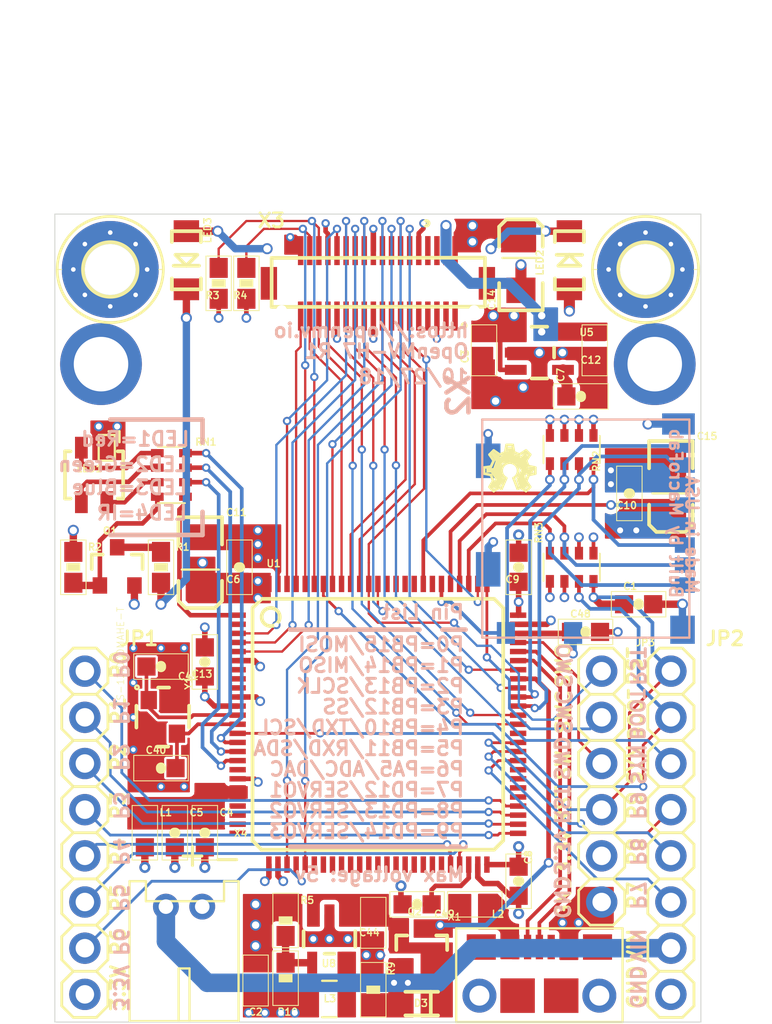
<source format=kicad_pcb>
(kicad_pcb (version 20211014) (generator pcbnew)
  (layers (0 "F.Cu" signal "Top") (1 "In1.Cu" signal "GND") (2 "In2.Cu" signal "VCC") (31 "B.Cu" signal "Bottom") (34 "B.Paste" user) (35 "F.Paste" user) (36 "B.SilkS" user "B.Silkscreen") (37 "F.SilkS" user "F.Silkscreen") (38 "B.Mask" user) (39 "F.Mask" user) (44 "Edge.Cuts" user))
  (net 0 "")
  (net 1 "GND")
  (net 2 "VBUS")
  (net 3 "VCC")
  (net 4 "RAW")
  (net 5 "VIN")
  (net 6 "VDDA")
  (net 7 "Net-(H2-PadB2,8)")
  (net 8 "Net-(C40-Pad2)")
  (net 9 "Net-(C41-Pad2)")
  (net 10 "Net-(C4-Pad1)")
  (net 11 "Net-(H1-PadB2,8)")
  (net 12 "/SDIO_D2")
  (net 13 "/SDIO_D3")
  (net 14 "/NRST")
  (net 15 "/BOOT0")
  (net 16 "/SDIO_CMD")
  (net 17 "/SDIO_D0")
  (net 18 "/SDIO_D1")
  (net 19 "/SD_CD")
  (net 20 "Net-(Q1-Pad1)")
  (net 21 "Net-(Q1-Pad3)")
  (net 22 "Net-(LED1-PadB)")
  (net 23 "Net-(LED1-PadG)")
  (net 24 "Net-(LED1-PadR)")
  (net 25 "Net-(C48-Pad1)")
  (net 26 "Net-(C49-Pad1)")
  (net 27 "/TIM4_CH1")
  (net 28 "/TIM4_CH2")
  (net 29 "/TIM4_CH3")
  (net 30 "/DCMI_FSIN")
  (net 31 "/DAC")
  (net 32 "/I2C2_SDA")
  (net 33 "/I2C2_SCL")
  (net 34 "/SPI2_NSS")
  (net 35 "/SPI2_SCLK")
  (net 36 "/SPI2_MISO")
  (net 37 "/SPI2_MOSI")
  (net 38 "Net-(LED3-PadC)")
  (net 39 "/DCMI_D3")
  (net 40 "/DCMI_D2")
  (net 41 "/I2C1_SDA")
  (net 42 "/I2C1_SCL")
  (net 43 "/DCMI_VSYNC")
  (net 44 "/DCMI_D5")
  (net 45 "/SPI3_MOSI")
  (net 46 "/SPI3_MISO")
  (net 47 "/SPI3_SCLK/TRACESWO")
  (net 48 "/DCMI_PWDN")
  (net 49 "/UART2_RX")
  (net 50 "/UART2_TX")
  (net 51 "/GPIO2")
  (net 52 "/GPIO1")
  (net 53 "/GPIO3")
  (net 54 "/SDIO_CLK")
  (net 55 "/SPI3_SSEL")
  (net 56 "/SWCLK")
  (net 57 "/SWDIO")
  (net 58 "/FS_DP")
  (net 59 "/FS_DM")
  (net 60 "/DCMI_RST")
  (net 61 "/DCMI_CLK")
  (net 62 "/DCMI_D1")
  (net 63 "/DCMI_D0")
  (net 64 "Net-(U1-Pad62)")
  (net 65 "Net-(U1-Pad58)")
  (net 66 "Net-(U1-Pad57)")
  (net 67 "/FREX")
  (net 68 "/EXPST")
  (net 69 "Net-(U1-Pad45)")
  (net 70 "Net-(U1-Pad44)")
  (net 71 "Net-(U1-Pad43)")
  (net 72 "Net-(U1-Pad42)")
  (net 73 "Net-(U1-Pad41)")
  (net 74 "Net-(U1-Pad40)")
  (net 75 "Net-(U1-Pad39)")
  (net 76 "Net-(U1-Pad38)")
  (net 77 "Net-(U1-Pad37)")
  (net 78 "Net-(U1-Pad36)")
  (net 79 "Net-(U1-Pad35)")
  (net 80 "Net-(U1-Pad34)")
  (net 81 "Net-(U1-Pad33)")
  (net 82 "Net-(U1-Pad32)")
  (net 83 "Net-(U1-Pad31)")
  (net 84 "/DCMI_PCLK")
  (net 85 "/DCMI_HSYNC")
  (net 86 "Net-(U1-Pad25)")
  (net 87 "Net-(U1-Pad24)")
  (net 88 "Net-(U1-Pad23)")
  (net 89 "Net-(U1-Pad22)")
  (net 90 "Net-(U1-Pad18)")
  (net 91 "/LED_B")
  (net 92 "/LED_G")
  (net 93 "/LED_R")
  (net 94 "Net-(U1-Pad9)")
  (net 95 "Net-(U1-Pad8)")
  (net 96 "Net-(U1-Pad7)")
  (net 97 "/DCMI_D7")
  (net 98 "/DCMI_D6")
  (net 99 "/DCMI_D4")
  (net 100 "Net-(U1-Pad2)")
  (net 101 "/LED_IR")
  (net 102 "Net-(LED2-PadC)")
  (net 103 "Net-(L2-Pad1)")
  (net 104 "Net-(L3-Pad1)")
  (net 105 "Net-(R10-Pad1)")
  (net 106 "Net-(X1-PadS1)")
  (net 107 "Net-(X1-Pad4)")
  (net 108 "Net-(C7-Pad1)")
  (net 109 "/RSVD4")
  (net 110 "/RSVD6")
  (net 111 "/RSVD3")
  (net 112 "/RSVD5")
  (net 113 "/RSVD2")
  (net 114 "/RSVD1")
  (footprint "base:2,8-PAD" (layer "F.Cu") (at 163.2331 85.8266 -90)
    (fp_text reference "H2" hide)
    (fp_text value "MOUNT-PAD-ROUND2.8" hide)
  )
  (footprint "base:0603-CAP" (layer "F.Cu") (at 136.5631 113.2586)
    (fp_text reference "C40")
    (fp_text value "12pF")
  )
  (footprint "base:0603-CAP" (layer "F.Cu") (at 136.5631 107.6706 180)
    (fp_text reference "C41")
    (fp_text value "12pF")
  )
  (footprint "base:0603-CAP" (layer "F.Cu") (at 138.9761 116.8146 -90)
    (fp_text reference "C4")
    (fp_text value "1uF")
  )
  (footprint "base:0603-CAP" (layer "F.Cu") (at 137.3251 116.8146 -90)
    (fp_text reference "C5")
    (fp_text value "0.1uF")
  )
  (footprint "base:0603-CAP" (layer "F.Cu") (at 140.8811 102.2096 90)
    (fp_text reference "C6")
    (fp_text value "0.1uF")
  )
  (footprint "base:0603-CAP" (layer "F.Cu") (at 156.2481 119.4816 -90)
    (fp_text reference "C8")
    (fp_text value "0.1uF")
  )
  (footprint "base:0603-CAP" (layer "F.Cu") (at 156.2481 102.2096 90)
    (fp_text reference "C9")
    (fp_text value "0.1uF")
  )
  (footprint "base:0603-CAP" (layer "F.Cu") (at 138.9761 107.4166 90)
    (fp_text reference "C13")
    (fp_text value "0.1uF")
  )
  (footprint "base:0603-CAP" (layer "F.Cu") (at 162.3441 98.1456 90)
    (fp_text reference "C10")
    (fp_text value "0.1uF")
  )
  (footprint "base:2,8-PAD" (layer "F.Cu") (at 133.7691 85.8266 90)
    (fp_text reference "H1" hide)
    (fp_text value "MOUNT-PAD-ROUND2.8" hide)
  )
  (footprint "base:EXBV8V" (layer "F.Cu") (at 159.1691 102.2096)
    (fp_text reference "RN3")
    (fp_text value "10K")
  )
  (footprint "base:EXBV8V" (layer "F.Cu") (at 159.1691 95.7326 180)
    (fp_text reference "RN2")
    (fp_text value "10K")
  )
  (footprint "base:0603" (layer "F.Cu") (at 135.6741 116.8146 -90)
    (fp_text reference "L1")
    (fp_text value "MPZ1608S181ATAH0")
  )
  (footprint "base:SOT23-3" (layer "F.Cu") (at 134.1501 102.2096)
    (fp_text reference "Q1")
    (fp_text value "BSS138")
  )
  (footprint "base:LED-TRICOLOR-SMD-MF" (layer "F.Cu") (at 132.8801 97.1296)
    (fp_text reference "LED1")
    (fp_text value "LED-TRICOLOR")
  )
  (footprint "base:CRYSTAL-2.5X2.0" (layer "F.Cu") (at 136.6901 110.4646 -90)
    (fp_text reference "Y1")
    (fp_text value "7S-12.000MAHE-T")
  )
  (footprint "base:OSHW_FILLX100_NOTEXT" (layer "F.Cu") (at 154.3431 98.0186)
    (fp_text reference "LOGO1" hide)
    (fp_text value "OSHW_LOGO_FILLX0100-NT" hide)
  )
  (footprint "base:0603-CAP" (layer "F.Cu") (at 159.9311 105.7656)
    (fp_text reference "C48")
    (fp_text value "2.2uF")
  )
  (footprint "base:0603-CAP" (layer "F.Cu") (at 150.6601 120.7516 180)
    (fp_text reference "C49")
    (fp_text value "2.2uF")
  )
  (footprint "base:1X08" (layer "F.Cu") (at 164.6301 116.8146 -90)
    (fp_text reference "JP2")
    (fp_text value "PINHD-1X8")
  )
  (footprint "base:1X08" (layer "F.Cu") (at 132.3721 116.8146 -90)
    (fp_text reference "JP1")
    (fp_text value "PINHD-1X8")
  )
  (footprint "base:0603-RES" (layer "F.Cu") (at 136.5631 102.2096 -90)
    (fp_text reference "R1")
    (fp_text value "10R")
  )
  (footprint "base:0603-RES" (layer "F.Cu") (at 131.7371 102.2096 -90)
    (fp_text reference "R2")
    (fp_text value "10K")
  )
  (footprint "base:LQFP100" (layer "F.Cu") (at 148.5011 110.8456)
    (fp_text reference "U1")
    (fp_text value "STM32H743VIT6")
  )
  (footprint "base:EXBV8V" (layer "F.Cu") (at 137.1346 97.1296 -90)
    (fp_text reference "RN1")
    (fp_text value "220R" hide)
  )
  (footprint "base:LED-1206" (layer "F.Cu") (at 159.0421 85.3186 90)
    (fp_text reference "LED2")
    (fp_text value "VSMY12850")
  )
  (footprint "base:LED-1206" (layer "F.Cu") (at 137.9601 85.3186 -90)
    (fp_text reference "LED3")
    (fp_text value "VSMY12850")
  )
  (footprint "base:EIA3216" (layer "F.Cu") (at 138.7221 101.9556 -90)
    (fp_text reference "C11")
    (fp_text value "47uF")
  )
  (footprint "base:0603" (layer "F.Cu") (at 153.8351 120.7516 180)
    (fp_text reference "L2")
    (fp_text value "MPZ1608S181ATAH0")
  )
  (footprint "base:0805" (layer "F.Cu") (at 148.2471 121.7676 90)
    (fp_text reference "C44")
    (fp_text value "22uF")
  )
  (footprint "base:0805" (layer "F.Cu") (at 141.7701 124.9426 -90)
    (fp_text reference "C2")
    (fp_text value "22uF")
  )
  (footprint "base:1007" (layer "F.Cu") (at 145.8341 125.9586 -90)
    (fp_text reference "L3")
    (fp_text value "4.7uH/1.4A")
  )
  (footprint "base:SOT23-3" (layer "F.Cu") (at 150.9141 123.1646)
    (fp_text reference "Q2")
    (fp_text value "Si2301BDS")
  )
  (footprint "base:0603-RES" (layer "F.Cu") (at 148.2471 125.4506 -90)
    (fp_text reference "R9")
    (fp_text value "10K")
  )
  (footprint "base:SOD-323" (layer "F.Cu") (at 150.9141 126.2126 180)
    (fp_text reference "D3")
    (fp_text value "SDM2U20SD3-7")
  )
  (footprint "base:0603-RES" (layer "F.Cu") (at 143.4211 124.8156 -90)
    (fp_text reference "R10")
    (fp_text value "453K")
  )
  (footprint "base:TSOT25" (layer "F.Cu") (at 145.8341 122.6566 180)
    (fp_text reference "U8")
    (fp_text value "PAM2305AABADJ")
  )
  (footprint "base:MICROUSB-RIGHT" (layer "F.Cu") (at 157.3911 124.3711)
    (fp_text reference "X1")
    (fp_text value "MF-CON-MICROUSB-RIGHT" hide)
  )
  (footprint "base:JST-PH-2-THM-RA" (layer "F.Cu") (at 137.8331 120.8786 180)
    (fp_text reference "X4")
    (fp_text value "S2B-PH-K-S(LF)(SN)" hide)
  )
  (footprint "base:0603-RES" (layer "F.Cu") (at 139.7381 86.5886 90)
    (fp_text reference "R3")
    (fp_text value "4.7K")
  )
  (footprint "base:0603-RES" (layer "F.Cu") (at 141.2621 86.5886 90)
    (fp_text reference "R4")
    (fp_text value "4.7K")
  )
  (footprint "base:9774030151R" (layer "F.Cu") (at 133.2611 91.0336)
    (fp_text reference "M1" hide)
    (fp_text value "9774030243R" hide)
  )
  (footprint "base:9774030151R" (layer "F.Cu") (at 163.7411 91.0336)
    (fp_text reference "M2" hide)
    (fp_text value "9774030243R" hide)
  )
  (footprint "base:SOT23-5" (layer "F.Cu") (at 157.3911 90.3986 -90)
    (fp_text reference "U5")
    (fp_text value "TPS731XX")
  )
  (footprint "base:0805" (layer "F.Cu") (at 154.3431 90.2716 90)
    (fp_text reference "C3")
    (fp_text value "10uF")
  )
  (footprint "base:0603-CAP" (layer "F.Cu") (at 159.6771 92.8116)
    (fp_text reference "C7")
    (fp_text value "0.1uF")
  )
  (footprint "base:0805" (layer "F.Cu") (at 160.4391 90.2716 90)
    (fp_text reference "C12")
    (fp_text value "10uF")
  )
  (footprint "base:EIA3216" (layer "F.Cu") (at 156.3751 85.5726 90)
    (fp_text reference "C14")
    (fp_text value "47uF")
  )
  (footprint "base:EIA3216" (layer "F.Cu") (at 164.6301 97.7646 -90)
    (fp_text reference "C15")
    (fp_text value "47uF")
  )
  (footprint "base:DF12-36-DS" (layer "F.Cu") (at 148.5011 86.5886)
    (fp_text reference "X3")
    (fp_text value "DF12-36-DS" hide)
  )
  (footprint "base:0603-CAP" (layer "F.Cu") (at 162.8521 104.2416)
    (fp_text reference "C1")
    (fp_text value "1uF")
  )
  (footprint "base:0603-RES" (layer "F.Cu") (at 143.4211 121.6406 -90)
    (fp_text reference "R5")
    (fp_text value "100K")
  )
  (footprint "base:1X06" (layer "F.Cu") (at 160.8201 114.2746 -90)
    (fp_text reference "JP3")
    (fp_text value "PINHD-1X6")
  )
  (footprint "base:1040310811" (layer "B.Cu") (at 165.6461 94.0816 -90)
    (fp_text reference "X2")
    (fp_text value "USD-1040310811")
  )
  (gr_line (start 153.3271 105.6386) (end 152.0571 105.6386) (layer "B.SilkS") (width 0.254))
  (gr_line (start 133.7691 94.0816) (end 138.8491 94.0816) (layer "B.SilkS") (width 0.254))
  (gr_line (start 138.8491 94.0816) (end 138.8491 95.3516) (layer "B.SilkS") (width 0.254))
  (gr_line (start 150.7871 105.6386) (end 143.6751 105.6386) (layer "B.SilkS") (width 0.254))
  (gr_line (start 138.8491 99.1616) (end 138.8491 100.4316) (layer "B.SilkS") (width 0.254))
  (gr_line (start 153.3271 117.5766) (end 143.6751 117.5766) (layer "B.SilkS") (width 0.254))
  (gr_line (start 138.8491 100.4316) (end 133.7691 100.4316) (layer "B.SilkS") (width 0.254))
  (gr_circle (center 151.1681 83.2866) (end 151.2951 83.2866) (layer "F.SilkS") (width 0.2032) (fill none))
  (gr_line (start 134.0231 94.9325) (end 134.0231 96.3422) (layer "F.SilkS") (width 0.127))
  (gr_line (start 134.0231 96.3422) (end 133.1341 96.3422) (layer "F.SilkS") (width 0.127))
  (gr_line (start 133.1341 96.3422) (end 133.1341 94.9325) (layer "F.SilkS") (width 0.127))
  (gr_line (start 133.1341 94.9325) (end 134.0231 94.9325) (layer "F.SilkS") (width 0.127))
  (gr_line (start 130.7211 82.7786) (end 130.7211 127.2286) (layer "Edge.Cuts") (width 0.05))
  (gr_line (start 166.2811 82.7786) (end 130.7211 82.7786) (layer "Edge.Cuts") (width 0.05))
  (gr_line (start 166.2811 127.2286) (end 166.2811 82.7786) (layer "Edge.Cuts") (width 0.05))
  (gr_line (start 130.7211 127.2286) (end 166.2811 127.2286) (layer "Edge.Cuts") (width 0.05))
  (gr_text "P9" (at 162.3441 116.1796 -90) (layer "B.SilkS") (effects (font (size 0.77216 0.77216) (thickness 0.16256)) (justify left bottom mirror)))
  (gr_text "P9=PD14/SERVO3" (at 153.3271 117.1956) (layer "B.SilkS") (effects (font (size 0.77216 0.77216) (thickness 0.16256)) (justify left bottom mirror)))
  (gr_text "SWO" (at 158.2801 108.9406 -90) (layer "B.SilkS") (effects (font (size 0.77216 0.77216) (thickness 0.16256)) (justify left bottom mirror)))
  (gr_text "GND" (at 158.1531 121.6406 -90) (layer "B.SilkS") (effects (font (size 0.77216 0.77216) (thickness 0.16256)) (justify left bottom mirror)))
  (gr_text "3.3v" (at 158.1531 119.2276 -90) (layer "B.SilkS") (effects (font (size 0.77216 0.77216) (thickness 0.16256)) (justify left bottom mirror)))
  (gr_text "LED4=IR" (at 138.0871 99.6696) (layer "B.SilkS") (effects (font (size 0.77216 0.77216) (thickness 0.16256)) (justify left bottom mirror)))
  (gr_text "SYN" (at 162.3441 114.2746 -90) (layer "B.SilkS") (effects (font (size 0.77216 0.77216) (thickness 0.16256)) (justify left bottom mirror)))
  (gr_text "Made in USA" (at 165.3921 103.7336 -90) (layer "B.SilkS") (effects (font (size 0.67564 0.67564) (thickness 0.14224)) (justify left bottom mirror)))
  (gr_text "Built by MacroFab" (at 164.5031 103.9876 -90) (layer "B.SilkS") (effects (font (size 0.67564 0.67564) (thickness 0.14224)) (justify left bottom mirror)))
  (gr_text "OpenMV-H7 R1" (at 153.5811 90.7796) (layer "B.SilkS") (effects (font (size 0.77216 0.77216) (thickness 0.16256)) (justify left bottom mirror)))
  (gr_text "10/27/18" (at 153.5811 92.1766) (layer "B.SilkS") (effects (font (size 0.77216 0.77216) (thickness 0.16256)) (justify left bottom mirror)))
  (gr_text "Max voltage: 5v" (at 153.3271 119.5606) (layer "B.SilkS") (effects (font (size 0.77216 0.77216) (thickness 0.16256)) (justify left bottom mirror)))
  (gr_text "LED3=Blue" (at 138.0871 98.2726) (layer "B.SilkS") (effects (font (size 0.77216 0.77216) (thickness 0.16256)) (justify left bottom mirror)))
  (gr_text "RST" (at 158.1531 116.4336 -90) (layer "B.SilkS") (effects (font (size 0.77216 0.77216) (thickness 0.16256)) (justify left bottom mirror)))
  (gr_text "https://openmv.io" (at 153.5811 89.6366) (layer "B.SilkS") (effects (font (size 0.77216 0.77216) (thickness 0.16256)) (justify left bottom mirror)))
  (gr_text "P3" (at 133.8961 116.1796 -90) (layer "B.SilkS") (effects (font (size 0.77216 0.77216) (thickness 0.16256)) (justify left bottom mirror)))
  (gr_text "P0" (at 133.8961 108.4326 -90) (layer "B.SilkS") (effects (font (size 0.77216 0.77216) (thickness 0.16256)) (justify left bottom mirror)))
  (gr_text "VIN" (at 162.3441 124.0536 -90) (layer "B.SilkS") (effects (font (size 0.77216 0.77216) (thickness 0.16256)) (justify left bottom mirror)))
  (gr_text "P5" (at 133.8961 121.2596 -90) (layer "B.SilkS") (effects (font (size 0.77216 0.77216) (thickness 0.16256)) (justify left bottom mirror)))
  (gr_text "P1" (at 133.8961 110.9726 -90) (layer "B.SilkS") (effects (font (size 0.77216 0.77216) (thickness 0.16256)) (justify left bottom mirror)))
  (gr_text "P4" (at 133.8961 118.7196 -90) (layer "B.SilkS") (effects (font (size 0.77216 0.77216) (thickness 0.16256)) (justify left bottom mirror)))
  (gr_text "P2" (at 133.8961 113.5126 -90) (layer "B.SilkS") (effects (font (size 0.77216 0.77216) (thickness 0.16256)) (justify left bottom mirror)))
  (gr_text "GND" (at 162.3441 126.5936 -90) (layer "B.SilkS") (effects (font (size 0.77216 0.77216) (thickness 0.16256)) (justify left bottom mirror)))
  (gr_text "P6" (at 133.8961 123.6726 -90) (layer "B.SilkS") (effects (font (size 0.77216 0.77216) (thickness 0.16256)) (justify left bottom mirror)))
  (gr_text "3.3V" (at 133.8961 126.7206 -90) (layer "B.SilkS") (effects (font (size 0.77216 0.77216) (thickness 0.16256)) (justify left bottom mirror)))
  (gr_text "P3=PB12/SS" (at 153.3271 110.3376) (layer "B.SilkS") (effects (font (size 0.77216 0.77216) (thickness 0.16256)) (justify left bottom mirror)))
  (gr_text "RST" (at 162.3441 108.8136 -90) (layer "B.SilkS") (effects (font (size 0.77216 0.77216) (thickness 0.16256)) (justify left bottom mirror)))
  (gr_text "P5=PB11/RXD/SDA" (at 153.3271 112.6236) (layer "B.SilkS") (effects (font (size 0.77216 0.77216) (thickness 0.16256)) (justify left bottom mirror)))
  (gr_text "P7=PD12/SERVO1" (at 153.3271 114.9096) (layer "B.SilkS") (effects (font (size 0.77216 0.77216) (thickness 0.16256)) (justify left bottom mirror)))
  (gr_text "P7" (at 162.3441 121.1326 -90) (layer "B.SilkS") (effects (font (size 0.77216 0.77216) (thickness 0.16256)) (justify left bottom mirror)))
  (gr_text "SWD" (at 158.1531 114.0206 -90) (layer "B.SilkS") (effects (font (size 0.77216 0.77216) (thickness 0.16256)) (justify left bottom mirror)))
  (gr_text "BOOT" (at 162.3441 111.7981 -90) (layer "B.SilkS") (effects (font (size 0.7239 0.7239) (thickness 0.1524)) (justify left bottom mirror)))
  (gr_text "P0=PB15/MOSI" (at 153.3271 106.9086) (layer "B.SilkS") (effects (font (size 0.77216 0.77216) (thickness 0.16256)) (justify left bottom mirror)))
  (gr_text "P6=PA5/ADC/DAC" (at 153.3271 113.7666) (layer "B.SilkS") (effects (font (size 0.77216 0.77216) (thickness 0.16256)) (justify left bottom mirror)))
  (gr_text "P4=PB10/TXD/SCL" (at 153.3271 111.4806) (layer "B.SilkS") (effects (font (size 0.77216 0.77216) (thickness 0.16256)) (justify left bottom mirror)))
  (gr_text "P8=PD13/SERVO2" (at 153.3271 116.0526) (layer "B.SilkS") (effects (font (size 0.77216 0.77216) (thickness 0.16256)) (justify left bottom mirror)))
  (gr_text "P1=PB14/MISO" (at 153.3271 108.0516) (layer "B.SilkS") (effects (font (size 0.77216 0.77216) (thickness 0.16256)) (justify left bottom mirror)))
  (gr_text "P8" (at 162.3441 118.7196 -90) (layer "B.SilkS") (effects (font (size 0.77216 0.77216) (thickness 0.16256)) (justify left bottom mirror)))
  (gr_text "SWC" (at 158.2801 111.4806 -90) (layer "B.SilkS") (effects (font (size 0.77216 0.77216) (thickness 0.16256)) (justify left bottom mirror)))
  (gr_text "LED1=Red" (at 138.2141 95.6056) (layer "B.SilkS") (effects (font (size 0.77216 0.77216) (thickness 0.16256)) (justify left bottom mirror)))
  (gr_text "LED2=Green" (at 138.0871 97.0026) (layer "B.SilkS") (effects (font (size 0.77216 0.77216) (thickness 0.16256)) (justify left bottom mirror)))
  (gr_text "Pin List" (at 153.3271 105.1306) (layer "B.SilkS") (effects (font (size 0.77216 0.77216) (thickness 0.16256)) (justify left bottom mirror)))
  (gr_text "P2=PB13/SCLK" (at 153.3271 109.1946) (layer "B.SilkS") (effects (font (size 0.77216 0.77216) (thickness 0.16256)) (justify left bottom mirror)))
  (gr_text "SWO" (at 159.1691 108.9406 90) (layer "F.SilkS") (effects (font (size 0.77216 0.77216) (thickness 0.16256)) (justify left bottom)))
  (gr_text "SYN" (at 163.1061 114.2746 90) (layer "F.SilkS") (effects (font (size 0.77216 0.77216) (thickness 0.16256)) (justify left bottom)))
  (gr_text "P9" (at 163.1061 116.1796 90) (layer "F.SilkS") (effects (font (size 0.77216 0.77216) (thickness 0.16256)) (justify left bottom)))
  (gr_text "GND" (at 159.1691 121.6406 90) (layer "F.SilkS") (effects (font (size 0.77216 0.77216) (thickness 0.16256)) (justify left bottom)))
  (gr_text "RST" (at 159.1691 116.4336 90) (layer "F.SilkS") (effects (font (size 0.77216 0.77216) (thickness 0.16256)) (justify left bottom)))
  (gr_text "3.3v" (at 159.1691 119.2276 90) (layer "F.SilkS") (effects (font (size 0.77216 0.77216) (thickness 0.16256)) (justify left bottom)))
  (gr_text "P7" (at 163.1061 121.1326 90) (layer "F.SilkS") (effects (font (size 0.77216 0.77216) (thickness 0.16256)) (justify left bottom)))
  (gr_text "P3" (at 134.6581 116.1796 90) (layer "F.SilkS") (effects (font (size 0.77216 0.77216) (thickness 0.16256)) (justify left bottom)))
  (gr_text "RST" (at 163.1061 108.8136 90) (layer "F.SilkS") (effects (font (size 0.77216 0.77216) (thickness 0.16256)) (justify left bottom)))
  (gr_text "VIN" (at 163.1061 124.0536 90) (layer "F.SilkS") (effects (font (size 0.77216 0.77216) (thickness 0.16256)) (justify left bottom)))
  (gr_text "P0" (at 134.6581 108.4326 90) (layer "F.SilkS") (effects (font (size 0.77216 0.77216) (thickness 0.16256)) (justify left bottom)))
  (gr_text "BOOT" (at 163.1061 111.7981 90) (layer "F.SilkS") (effects (font (size 0.7239 0.7239) (thickness 0.1524)) (justify left bottom)))
  (gr_text "P8" (at 163.1061 118.7196 90) (layer "F.SilkS") (effects (font (size 0.77216 0.77216) (thickness 0.16256)) (justify left bottom)))
  (gr_text "SWC" (at 159.1691 111.4806 90) (layer "F.SilkS") (effects (font (size 0.77216 0.77216) (thickness 0.16256)) (justify left bottom)))
  (gr_text "P1" (at 134.6581 110.9726 90) (layer "F.SilkS") (effects (font (size 0.77216 0.77216) (thickness 0.16256)) (justify left bottom)))
  (gr_text "SWD" (at 159.1691 114.0206 90) (layer "F.SilkS") (effects (font (size 0.77216 0.77216) (thickness 0.16256)) (justify left bottom)))
  (gr_text "GND" (at 163.1061 126.5936 90) (layer "F.SilkS") (effects (font (size 0.77216 0.77216) (thickness 0.16256)) (justify left bottom)))
  (gr_text "P2" (at 134.6581 113.5126 90) (layer "F.SilkS") (effects (font (size 0.77216 0.77216) (thickness 0.16256)) (justify left bottom)))
  (gr_text "3.3V" (at 134.6581 126.7206 90) (layer "F.SilkS") (effects (font (size 0.77216 0.77216) (thickness 0.16256)) (justify left bottom)))
  (gr_text "P4" (at 134.6581 118.7196 90) (layer "F.SilkS") (effects (font (size 0.77216 0.77216) (thickness 0.16256)) (justify left bottom)))
  (gr_text "P5" (at 134.6581 121.2596 90) (layer "F.SilkS") (effects (font (size 0.77216 0.77216) (thickness 0.16256)) (justify left bottom)))
  (gr_text "P6" (at 134.6581 123.6726 90) (layer "F.SilkS") (effects (font (size 0.77216 0.77216) (thickness 0.16256)) (justify left bottom)))
  (segment (start 138.9761 117.6146) (end 138.9761 118.7196) (width 0.4064) (layer "F.Cu") (net 1))
  (segment (start 131.7371 101.3596) (end 131.7371 100.1776) (width 0.4064) (layer "F.Cu") (net 1))
  (segment (start 156.2481 101.4096) (end 156.2481 100.4316) (width 0.3048) (layer "F.Cu") (net 1))
  (segment (start 137.3251 117.6146) (end 137.3251 118.7196) (width 0.4064) (layer "F.Cu") (net 1))
  (segment (start 160.7311 105.7656) (end 161.7091 105.7656) (width 0.3048) (layer "F.Cu") (net 1))
  (segment (start 149.7711 119.7356) (end 149.7711 120.6626) (width 0.3048) (layer "F.Cu") (net 1))
  (segment (start 149.8601 120.7516) (end 149.7711 120.6626) (width 0.3048) (layer "F.Cu") (net 1))
  (segment (start 141.7941 109.3456) (end 142.0241 109.5756) (width 0.3048) (layer "F.Cu") (net 1))
  (segment (start 145.8341 121.3565) (end 145.8341 122.6566) (width 0.55) (layer "F.Cu") (net 1))
  (segment (start 142.5011 118.5656) (end 142.5011 119.2586) (width 0.3048) (layer "F.Cu") (net 1))
  (segment (start 135.1001 104.2314) (end 135.0899 104.2416) (width 0.4064) (layer "F.Cu") (net 1))
  (segment (start 140.7811 113.8456) (end 141.7221 113.8456) (width 0.254) (layer "F.Cu") (net 1))
  (segment (start 156.2211 105.3456) (end 157.8111 105.3456) (width 0.3048) (layer "F.Cu") (net 1))
  (segment (start 157.8111 105.3456) (end 158.0261 105.1306) (width 0.3048) (layer "F.Cu") (net 1))
  (segment (start 138.9761 106.6166) (end 138.9761 105.5116) (width 0.3048) (layer "F.Cu") (net 1))
  (segment (start 141.7221 113.8456) (end 141.8971 114.0206) (width 0.254) (layer "F.Cu") (net 1))
  (segment (start 135.1001 103.2096) (end 135.1001 104.2314) (width 0.4064) (layer "F.Cu") (net 1))
  (segment (start 142.5011 119.2586) (end 142.2781 119.4816) (width 0.3048) (layer "F.Cu") (net 1))
  (segment (start 156.2481 120.2816) (end 156.2481 121.2596) (width 0.3048) (layer "F.Cu") (net 1))
  (segment (start 140.7811 109.3456) (end 141.7941 109.3456) (width 0.3048) (layer "F.Cu") (net 1))
  (segment (start 163.6521 104.2416) (end 165.2651 104.2416) (width 0.4064) (layer "F.Cu") (net 1))
  (segment (start 151.7511 88.3887) (end 151.7511 89.6366) (width 0.254) (layer "F.Cu") (net 1))
  (segment (start 146.2511 88.3887) (end 146.2511 89.6366) (width 0.254) (layer "F.Cu") (net 1))
  (segment (start 156.2481 120.2816) (end 155.7781 120.2816) (width 0.3048) (layer "F.Cu") (net 1))
  (segment (start 154.0011 118.5656) (end 154.0011 119.2666) (width 0.3048) (layer "F.Cu") (net 1))
  (segment (start 154.3431 119.6086) (end 155.1051 119.6086) (width 0.3048) (layer "F.Cu") (net 1))
  (segment (start 155.1051 119.6086) (end 155.7781 120.2816) (width 0.3048) (layer "F.Cu") (net 1))
  (segment (start 154.0011 119.2666) (end 154.3431 119.6086) (width 0.3048) (layer "F.Cu") (net 1))
  (segment (start 156.3751 86.9726) (end 156.3751 85.5726) (width 0.6096) (layer "F.Cu") (net 1))
  (segment (start 159.5691 101.4346) (end 159.5691 100.5586) (width 0.2032) (layer "F.Cu") (net 1))
  (segment (start 148.2511 88.3887) (end 148.2511 89.6366) (width 0.254) (layer "F.Cu") (net 1))
  (via (at 161.3281 96.8756) (size 0.5334) (drill 0.3302) (layers "F.Cu" "B.Cu") (net 1))
  (via (at 135.0391 106.6546) (size 0.4572) (drill 0.254) (layers "F.Cu" "B.Cu") (net 1))
  (via (at 159.5501 121.7676) (size 0.5334) (drill 0.3302) (layers "F.Cu" "B.Cu") (net 1))
  (via (at 158.6611 121.7676) (size 0.5334) (drill 0.3302) (layers "F.Cu" "B.Cu") (net 1))
  (via (at 161.7091 105.7656) (size 0.5334) (drill 0.3302) (layers "F.Cu" "B.Cu") (net 1))
  (via (at 135.0391 110.4646) (size 0.4572) (drill 0.254) (layers "F.Cu" "B.Cu") (net 1))
  (via (at 141.8971 100.9396) (size 0.5334) (drill 0.3302) (layers "F.Cu" "B.Cu") (net 1))
  (via (at 137.3251 118.7196) (size 0.6096) (drill 0.3302) (layers "F.Cu" "B.Cu") (net 1))
  (via (at 138.9761 118.7196) (size 0.6096) (drill 0.3302) (layers "F.Cu" "B.Cu") (net 1))
  (via (at 131.7371 100.1776) (size 0.6096) (drill 0.4064) (layers "F.Cu" "B.Cu") (net 1))
  (via (at 142.0241 109.5756) (size 0.5334) (drill 0.3302) (layers "F.Cu" "B.Cu") (net 1))
  (via (at 135.0899 104.2416) (size 0.6096) (drill 0.4064) (layers "F.Cu" "B.Cu") (net 1))
  (via (at 141.8971 100.1776) (size 0.5334) (drill 0.3302) (layers "F.Cu" "B.Cu") (net 1))
  (via (at 158.0261 105.1306) (size 0.5334) (drill 0.3302) (layers "F.Cu" "B.Cu") (net 1))
  (via (at 149.7711 119.7356) (size 0.6096) (drill 0.3302) (layers "F.Cu" "B.Cu") (net 1))
  (via (at 137.8331 114.2746) (size 0.4572) (drill 0.254) (layers "F.Cu" "B.Cu") (net 1))
  (via (at 138.9761 105.5116) (size 0.5334) (drill 0.3302) (layers "F.Cu" "B.Cu") (net 1))
  (via (at 136.5631 114.2746) (size 0.4572) (drill 0.254) (layers "F.Cu" "B.Cu") (net 1))
  (via (at 137.8331 106.6546) (size 0.4572) (drill 0.254) (layers "F.Cu" "B.Cu") (net 1))
  (via (at 136.5631 106.6546) (size 0.4572) (drill 0.254) (layers "F.Cu" "B.Cu") (net 1))
  (via (at 135.0391 112.2426) (size 0.4572) (drill 0.254) (layers "F.Cu" "B.Cu") (net 1))
  (via (at 135.0391 108.5596) (size 0.4572) (drill 0.254) (layers "F.Cu" "B.Cu") (net 1))
  (via (at 144.9451 122.6566) (size 0.5334) (drill 0.3302) (layers "F.Cu" "B.Cu") (net 1))
  (via (at 146.8501 122.6566) (size 0.5334) (drill 0.3302) (layers "F.Cu" "B.Cu") (net 1))
  (via (at 142.2781 119.4816) (size 0.5334) (drill 0.3302) (layers "F.Cu" "B.Cu") (net 1))
  (via (at 141.8971 101.7016) (size 0.5334) (drill 0.3302) (layers "F.Cu" "B.Cu") (net 1))
  (via (at 154.8511 100.8126) (size 0.5334) (drill 0.3302) (layers "F.Cu" "B.Cu") (net 1))
  (via (at 145.8341 122.6566) (size 0.5334) (drill 0.3302) (layers "F.Cu" "B.Cu") (net 1))
  (via (at 156.2481 100.4316) (size 0.6096) (drill 0.3302) (layers "F.Cu" "B.Cu") (net 1))
  (via (at 156.2481 121.2596) (size 0.6096) (drill 0.3302) (layers "F.Cu" "B.Cu") (net 1))
  (via (at 161.3281 97.6376) (size 0.5334) (drill 0.3302) (layers "F.Cu" "B.Cu") (net 1))
  (via (at 141.8971 114.0206) (size 0.5334) (drill 0.3302) (layers "F.Cu" "B.Cu") (net 1))
  (via (at 141.7701 121.8946) (size 0.6096) (drill 0.4064) (layers "F.Cu" "B.Cu") (net 1))
  (via (at 154.9781 93.0656) (size 0.6096) (drill 0.4064) (layers "F.Cu" "B.Cu") (net 1))
  (via (at 158.6611 90.3986) (size 0.6096) (drill 0.4064) (layers "F.Cu" "B.Cu") (net 1))
  (via (at 151.7511 89.6366) (size 0.4572) (drill 0.254) (layers "F.Cu" "B.Cu") (net 1))
  (via (at 141.7701 120.7516) (size 0.6096) (drill 0.4064) (layers "F.Cu" "B.Cu") (net 1))
  (via (at 148.2511 89.6366) (size 0.4572) (drill 0.254) (layers "F.Cu" "B.Cu") (net 1))
  (via (at 147.8661 123.5456) (size 0.5334) (drill 0.3302) (layers "F.Cu" "B.Cu") (net 1))
  (via (at 141.7701 123.0376) (size 0.6096) (drill 0.4064) (layers "F.Cu" "B.Cu") (net 1))
  (via (at 146.2511 89.6366) (size 0.4572) (drill 0.254) (layers "F.Cu" "B.Cu") (net 1))
  (via (at 163.3691 94.3266) (size 0.6096) (drill 0.4064) (layers "F.Cu" "B.Cu") (net 1))
  (via (at 156.3751 85.5726) (size 0.6096) (drill 0.4064) (layers "F.Cu" "B.Cu") (net 1))
  (via (at 165.2651 104.2416) (size 0.6096) (drill 0.4064) (layers "F.Cu" "B.Cu") (net 1))
  (via (at 148.6281 123.5456) (size 0.5334) (drill 0.3302) (layers "F.Cu" "B.Cu") (net 1))
  (via (at 154.5711 94.8696) (size 0.5334) (drill 0.3302) (layers "F.Cu" "B.Cu") (net 1))
  (via (at 159.2461 106.9586) (size 0.5334) (drill 0.3302) (layers "F.Cu" "B.Cu") (net 1))
  (via (at 159.5691 100.5586) (size 0.5334) (drill 0.3302) (layers "F.Cu" "B.Cu") (net 1))
  (via (at 156.5021 92.3036) (size 0.6096) (drill 0.4064) (layers "F.Cu" "B.Cu") (net 1))
  (via (at 157.3911 90.3986) (size 0.6096) (drill 0.4064) (layers "F.Cu" "B.Cu") (net 1))
  (segment (start 159.2461 105.8216) (end 159.2461 106.9586) (width 0.4064) (layer "B.Cu") (net 1))
  (segment (start 165.2651 104.2416) (end 165.2651 105.6406) (width 0.4064) (layer "B.Cu") (net 1))
  (segment (start 165.2651 105.6406) (end 165.2711 105.6466) (width 0.4064) (layer "B.Cu") (net 1))
  (segment (start 154.5711 102.3216) (end 154.5711 101.0926) (width 0.4064) (layer "B.Cu") (net 1))
  (segment (start 165.0461 94.3266) (end 163.3691 94.3266) (width 0.4064) (layer "B.Cu") (net 1))
  (segment (start 154.5711 96.3516) (end 154.5711 94.8696) (width 0.4064) (layer "B.Cu") (net 1))
  (segment (start 154.5711 101.0926) (end 154.8511 100.8126) (width 0.4064) (layer "B.Cu") (net 1))
  (segment (start 157.1771 108.3456) (end 157.8991 109.0676) (width 0.254) (layer "F.Cu") (net 2))
  (segment (start 156.2211 108.3456) (end 157.1771 108.3456) (width 0.254) (layer "F.Cu") (net 2))
  (segment (start 157.8991 109.0676) (end 157.8991 118.4656) (width 0.254) (layer "F.Cu") (net 2))
  (via (at 151.9301 121.8946) (size 0.5334) (drill 0.3302) (layers "F.Cu" "B.Cu") (net 2))
  (via (at 157.8991 118.4656) (size 0.5334) (drill 0.3302) (layers "F.Cu" "B.Cu") (net 2))
  (segment (start 151.9301 121.8946) (end 154.4701 121.8946) (width 0.254) (layer "B.Cu") (net 2))
  (segment (start 154.4701 121.8946) (end 157.8991 118.4656) (width 0.254) (layer "B.Cu") (net 2))
  (segment (start 156.1321 118.5656) (end 156.2481 118.6816) (width 0.3048) (layer "F.Cu") (net 3))
  (segment (start 156.2481 104.1146) (end 156.2481 103.0096) (width 0.3048) (layer "F.Cu") (net 3))
  (segment (start 154.5011 118.5656) (end 156.1321 118.5656) (width 0.3048) (layer "F.Cu") (net 3))
  (segment (start 140.7811 107.3456) (end 141.6991 107.3456) (width 0.3048) (layer "F.Cu") (net 3))
  (segment (start 139.5001 109.8456) (end 138.9761 109.3216) (width 0.3048) (layer "F.Cu") (net 3))
  (segment (start 156.2481 118.6816) (end 156.2481 117.5766) (width 0.3048) (layer "F.Cu") (net 3))
  (segment (start 156.2481 104.8186) (end 156.2211 104.8456) (width 0.3048) (layer "F.Cu") (net 3))
  (segment (start 138.9761 108.2166) (end 138.9761 109.3216) (width 0.3048) (layer "F.Cu") (net 3))
  (segment (start 140.7811 109.8456) (end 139.5001 109.8456) (width 0.3048) (layer "F.Cu") (net 3))
  (segment (start 156.2481 104.8186) (end 156.2481 104.1146) (width 0.3048) (layer "F.Cu") (net 3))
  (segment (start 141.6991 107.3456) (end 142.0241 107.6706) (width 0.3048) (layer "F.Cu") (net 3))
  (segment (start 135.6741 117.6146) (end 135.6741 118.7196) (width 0.4064) (layer "F.Cu") (net 3))
  (segment (start 143.0011 118.5656) (end 143.0011 119.1886) (width 0.3048) (layer "F.Cu") (net 3))
  (segment (start 159.0421 86.9186) (end 159.0421 88.1126) (width 0.6096) (layer "F.Cu") (net 3))
  (segment (start 159.5691 94.9576) (end 159.5691 94.0816) (width 0.2032) (layer "F.Cu") (net 3))
  (segment (start 160.3691 94.9576) (end 160.3691 94.0816) (width 0.254) (layer "F.Cu") (net 3))
  (segment (start 143.0011 119.1886) (end 143.2941 119.4816) (width 0.3048) (layer "F.Cu") (net 3))
  (segment (start 160.3691 101.4346) (end 160.3691 100.5586) (width 0.2032) (layer "F.Cu") (net 3))
  (segment (start 158.7691 94.9576) (end 158.7691 94.0816) (width 0.2032) (layer "F.Cu") (net 3))
  (segment (start 157.9691 102.9846) (end 157.9691 103.8606) (width 0.2032) (layer "F.Cu") (net 3))
  (segment (start 157.9691 94.9576) (end 157.9691 94.0816) (width 0.254) (layer "F.Cu") (net 3))
  (segment (start 158.7691 102.9846) (end 158.7691 103.8606) (width 0.2032) (layer "F.Cu") (net 3))
  (segment (start 155.2321 91.3486) (end 156.091 91.3486) (width 0.254) (layer "F.Cu") (net 3))
  (segment (start 139.7381 87.4386) (end 139.7381 88.4936) (width 0.254) (layer "F.Cu") (net 3))
  (segment (start 151.0051 83.2866) (end 151.0051 83.5766) (width 0.254) (layer "F.Cu") (net 3))
  (segment (start 141.2621 87.4386) (end 141.2621 88.4936) (width 0.254) (layer "F.Cu") (net 3))
  (segment (start 150.7511 84.7885) (end 150.7511 83.8306) (width 0.254) (layer "F.Cu") (net 3))
  (segment (start 155.2321 89.4486) (end 155.2321 91.3486) (width 0.254) (layer "F.Cu") (net 3))
  (segment (start 150.7511 83.8306) (end 151.0051 83.5766) (width 0.254) (layer "F.Cu") (net 3))
  (segment (start 156.091 89.4486) (end 155.2321 89.4486) (width 0.254) (layer "F.Cu") (net 3))
  (segment (start 148.2511 84.7885) (end 148.2511 83.5914) (width 0.3048) (layer "F.Cu") (net 3))
  (segment (start 145.7511 83.861989) (end 145.6241 83.734989) (width 0.254) (layer "F.Cu") (net 3))
  (segment (start 145.7511 84.7885) (end 145.7511 83.861989) (width 0.254) (layer "F.Cu") (net 3))
  (segment (start 145.6241 83.734989) (end 145.6241 83.2866) (width 0.254) (layer "F.Cu") (net 3))
  (via (at 134.1501 94.4626) (size 0.5334) (drill 0.3302) (layers "F.Cu" "B.Cu") (net 3))
  (via (at 141.8971 102.9716) (size 0.5334) (drill 0.3302) (layers "F.Cu" "B.Cu") (net 3))
  (via (at 138.9761 109.3216) (size 0.5334) (drill 0.3302) (layers "F.Cu" "B.Cu") (net 3))
  (via (at 156.2481 117.5766) (size 0.6096) (drill 0.3302) (layers "F.Cu" "B.Cu") (net 3))
  (via (at 133.1341 94.4626) (size 0.5334) (drill 0.3302) (layers "F.Cu" "B.Cu") (net 3))
  (via (at 156.2481 104.1146) (size 0.5334) (drill 0.3302) (layers "F.Cu" "B.Cu") (net 3))
  (via (at 141.8971 103.8986) (size 0.5334) (drill 0.3302) (layers "F.Cu" "B.Cu") (net 3))
  (via (at 135.6741 118.7196) (size 0.6096) (drill 0.3302) (layers "F.Cu" "B.Cu") (net 3))
  (via (at 142.0241 107.6706) (size 0.5334) (drill 0.3302) (layers "F.Cu" "B.Cu") (net 3))
  (via (at 158.7691 94.0816) (size 0.5334) (drill 0.3302) (layers "F.Cu" "B.Cu") (net 3))
  (via (at 159.5691 94.0816) (size 0.5334) (drill 0.3302) (layers "F.Cu" "B.Cu") (net 3))
  (via (at 154.8511 88.3666) (size 0.6096) (drill 0.4064) (layers "F.Cu" "B.Cu") (net 3))
  (via (at 160.3691 94.0816) (size 0.5334) (drill 0.3302) (layers "F.Cu" "B.Cu") (net 3))
  (via (at 160.3691 100.5586) (size 0.5334) (drill 0.3302) (layers "F.Cu" "B.Cu") (net 3))
  (via (at 138.8491 101.9556) (size 0.6096) (drill 0.4064) (layers "F.Cu" "B.Cu") (net 3))
  (via (at 157.9691 103.8606) (size 0.5334) (drill 0.3302) (layers "F.Cu" "B.Cu") (net 3))
  (via (at 158.7691 103.8606) (size 0.5334) (drill 0.3302) (layers "F.Cu" "B.Cu") (net 3))
  (via (at 153.7081 84.3026) (size 0.6096) (drill 0.4064) (layers "F.Cu" "B.Cu") (net 3))
  (via (at 153.7081 83.4136) (size 0.6096) (drill 0.4064) (layers "F.Cu" "B.Cu") (net 3))
  (via (at 159.0421 88.1126) (size 0.6096) (drill 0.4064) (layers "F.Cu" "B.Cu") (net 3))
  (via (at 143.2941 119.4816) (size 0.5334) (drill 0.3302) (layers "F.Cu" "B.Cu") (net 3))
  (via (at 157.9691 94.0816) (size 0.5334) (drill 0.3302) (layers "F.Cu" "B.Cu") (net 3))
  (via (at 155.9941 88.3666) (size 0.6096) (drill 0.4064) (layers "F.Cu" "B.Cu") (net 3))
  (via (at 162.7251 100.1776) (size 0.5334) (drill 0.3302) (layers "F.Cu" "B.Cu") (net 3))
  (via (at 161.8361 100.1776) (size 0.5334) (drill 0.3302) (layers "F.Cu" "B.Cu") (net 3))
  (via (at 148.2511 83.5914) (size 0.4572) (drill 0.254) (layers "F.Cu" "B.Cu") (net 3))
  (via (at 139.7381 88.4936) (size 0.5334) (drill 0.3302) (layers "F.Cu" "B.Cu") (net 3))
  (via (at 141.2621 88.4936) (size 0.5334) (drill 0.3302) (layers "F.Cu" "B.Cu") (net 3))
  (via (at 143.6751 84.0486) (size 0.4572) (drill 0.254) (layers "F.Cu" "B.Cu") (net 3))
  (via (at 143.1671 126.7206) (size 0.5334) (drill 0.3302) (layers "F.Cu" "B.Cu") (net 3))
  (via (at 142.2781 126.7206) (size 0.5334) (drill 0.3302) (layers "F.Cu" "B.Cu") (net 3))
  (via (at 143.9291 126.7206) (size 0.5334) (drill 0.3302) (layers "F.Cu" "B.Cu") (net 3))
  (via (at 141.3891 126.7206) (size 0.5334) (drill 0.3302) (layers "F.Cu" "B.Cu") (net 3))
  (via (at 145.6241 83.2866) (size 0.4572) (drill 0.254) (layers "F.Cu" "B.Cu") (net 3))
  (via (at 151.0051 83.2866) (size 0.4572) (drill 0.254) (layers "F.Cu" "B.Cu") (net 3))
  (via (at 149.3901 125.0696) (size 0.5334) (drill 0.3302) (layers "F.Cu" "B.Cu") (net 5))
  (via (at 150.1521 125.0696) (size 0.5334) (drill 0.3302) (layers "F.Cu" "B.Cu") (net 5))
  (segment (start 139.1031 125.0696) (end 149.3901 125.0696) (width 1.016) (layer "B.Cu") (net 5))
  (segment (start 136.8331 120.8786) (end 136.8331 122.7996) (width 1.016) (layer "B.Cu") (net 5))
  (segment (start 136.8331 122.7996) (end 139.1031 125.0696) (width 1.016) (layer "B.Cu") (net 5))
  (segment (start 153.7081 123.1646) (end 151.8031 125.0696) (width 1.016) (layer "B.Cu") (net 5))
  (segment (start 164.6301 123.1646) (end 153.7081 123.1646) (width 1.016) (layer "B.Cu") (net 5))
  (segment (start 151.8031 125.0696) (end 149.3901 125.0696) (width 1.016) (layer "B.Cu") (net 5))
  (segment (start 152.2511 84.7885) (end 152.2511 83.4101) (width 0.3302) (layer "F.Cu") (net 6))
  (via (at 157.5181 89.2556) (size 0.6096) (drill 0.4064) (layers "F.Cu" "B.Cu") (net 6))
  (via (at 152.2511 83.4101) (size 0.6096) (drill 0.4064) (layers "F.Cu" "B.Cu") (net 6))
  (via (at 157.5181 88.3666) (size 0.6096) (drill 0.4064) (layers "F.Cu" "B.Cu") (net 6))
  (segment (start 152.2511 83.4101) (end 152.2511 85.2586) (width 0.6096) (layer "B.Cu") (net 6))
  (segment (start 152.2511 85.2586) (end 153.5811 86.5886) (width 0.6096) (layer "B.Cu") (net 6))
  (segment (start 157.5181 88.3666) (end 155.7401 86.5886) (width 0.6096) (layer "B.Cu") (net 6))
  (segment (start 153.5811 86.5886) (end 155.7401 86.5886) (width 0.6096) (layer "B.Cu") (net 6))
  (via (at 161.8361 84.4296) (size 0.4572) (drill 0.254) (layers "F.Cu" "B.Cu") (net 7))
  (via (at 163.2331 83.7946) (size 0.4572) (drill 0.254) (layers "F.Cu" "B.Cu") (net 7))
  (via (at 161.2011 85.8266) (size 0.4572) (drill 0.254) (layers "F.Cu" "B.Cu") (net 7))
  (via (at 165.2651 85.8266) (size 0.4572) (drill 0.254) (layers "F.Cu" "B.Cu") (net 7))
  (via (at 163.2331 87.8586) (size 0.4572) (drill 0.254) (layers "F.Cu" "B.Cu") (net 7))
  (via (at 164.6301 87.2236) (size 0.4572) (drill 0.254) (layers "F.Cu" "B.Cu") (net 7))
  (via (at 164.6301 84.4296) (size 0.4572) (drill 0.254) (layers "F.Cu" "B.Cu") (net 7))
  (via (at 161.8361 87.2236) (size 0.4572) (drill 0.254) (layers "F.Cu" "B.Cu") (net 7))
  (segment (start 137.4511 111.3536) (end 137.4401 111.3646) (width 0.2032) (layer "F.Cu") (net 8))
  (segment (start 137.4401 111.3646) (end 137.4401 113.1816) (width 0.2032) (layer "F.Cu") (net 8))
  (segment (start 140.7811 110.8456) (end 138.5951 110.8456) (width 0.2032) (layer "F.Cu") (net 8))
  (segment (start 138.0871 111.3536) (end 137.4511 111.3536) (width 0.2032) (layer "F.Cu") (net 8))
  (segment (start 138.5951 110.8456) (end 138.0871 111.3536) (width 0.2032) (layer "F.Cu") (net 8))
  (segment (start 136.4361 110.4646) (end 138.2141 110.4646) (width 0.2032) (layer "F.Cu") (net 9))
  (segment (start 138.3411 110.3376) (end 140.7731 110.3376) (width 0.2032) (layer "F.Cu") (net 9))
  (segment (start 135.8901 109.9186) (end 136.4361 110.4646) (width 0.2032) (layer "F.Cu") (net 9))
  (segment (start 135.7631 107.6706) (end 135.7631 109.5146) (width 0.2032) (layer "F.Cu") (net 9))
  (segment (start 135.8901 109.5146) (end 135.8901 109.9186) (width 0.2032) (layer "F.Cu") (net 9))
  (segment (start 138.2141 110.4646) (end 138.3411 110.3376) (width 0.2032) (layer "F.Cu") (net 9))
  (segment (start 140.7731 110.3376) (end 140.7811 110.3456) (width 0.2032) (layer "F.Cu") (net 9))
  (segment (start 135.7631 109.5146) (end 135.8901 109.5146) (width 0.2032) (layer "F.Cu") (net 9))
  (via (at 135.1661 87.2236) (size 0.4572) (drill 0.254) (layers "F.Cu" "B.Cu") (net 11))
  (via (at 135.1661 84.4296) (size 0.4572) (drill 0.254) (layers "F.Cu" "B.Cu") (net 11))
  (via (at 132.3721 84.4296) (size 0.4572) (drill 0.254) (layers "F.Cu" "B.Cu") (net 11))
  (via (at 132.3721 87.2236) (size 0.4572) (drill 0.254) (layers "F.Cu" "B.Cu") (net 11))
  (via (at 133.7691 83.7946) (size 0.4572) (drill 0.254) (layers "F.Cu" "B.Cu") (net 11))
  (via (at 131.7371 85.8266) (size 0.4572) (drill 0.254) (layers "F.Cu" "B.Cu") (net 11))
  (via (at 135.8011 85.8266) (size 0.4572) (drill 0.254) (layers "F.Cu" "B.Cu") (net 11))
  (via (at 133.7691 87.8586) (size 0.4572) (drill 0.254) (layers "F.Cu" "B.Cu") (net 11))
  (segment (start 153.5011 103.1256) (end 153.5011 101.2736) (width 0.2032) (layer "F.Cu") (net 12))
  (segment (start 154.9781 99.7966) (end 157.6451 99.7966) (width 0.2032) (layer "F.Cu") (net 12))
  (segment (start 157.9691 101.4346) (end 157.9691 100.5586) (width 0.2032) (layer "F.Cu") (net 12))
  (segment (start 153.5011 101.2736) (end 154.9781 99.7966) (width 0.2032) (layer "F.Cu") (net 12))
  (segment (start 157.9691 100.1206) (end 157.6451 99.7966) (width 0.2032) (layer "F.Cu") (net 12))
  (segment (start 157.9691 100.5586) (end 157.9691 100.1206) (width 0.2032) (layer "F.Cu") (net 12))
  (via (at 157.9691 100.5586) (size 0.5334) (drill 0.3302) (layers "F.Cu" "B.Cu") (net 12))
  (segment (start 165.3961 103.1866) (end 159.7211 103.1866) (width 0.2032) (layer "B.Cu") (net 12))
  (segment (start 157.9691 101.4346) (end 157.9691 100.5586) (width 0.2032) (layer "B.Cu") (net 12))
  (segment (start 159.7211 103.1866) (end 157.9691 101.4346) (width 0.2032) (layer "B.Cu") (net 12))
  (segment (start 158.7691 101.4346) (end 158.7691 100.5586) (width 0.2032) (layer "F.Cu") (net 13))
  (segment (start 158.7691 100.5586) (end 158.7691 99.9426) (width 0.2032) (layer "F.Cu") (net 13))
  (segment (start 153.0011 103.1256) (end 153.0011 100.7576) (width 0.2032) (layer "F.Cu") (net 13))
  (segment (start 153.0011 100.7576) (end 154.4701 99.2886) (width 0.2032) (layer "F.Cu") (net 13))
  (segment (start 154.4701 99.2886) (end 158.1151 99.2886) (width 0.2032) (layer "F.Cu") (net 13))
  (segment (start 158.1151 99.2886) (end 158.7691 99.9426) (width 0.2032) (layer "F.Cu") (net 13))
  (via (at 158.7691 100.5586) (size 0.5334) (drill 0.3302) (layers "F.Cu" "B.Cu") (net 13))
  (segment (start 158.7691 101.4346) (end 158.7691 100.5586) (width 0.2032) (layer "B.Cu") (net 13))
  (segment (start 165.3961 102.0866) (end 159.4211 102.0866) (width 0.2032) (layer "B.Cu") (net 13))
  (segment (start 159.4211 102.0866) (end 158.7691 101.4346) (width 0.2032) (layer "B.Cu") (net 13))
  (segment (start 162.3441 110.2106) (end 162.3441 114.0206) (width 0.1524) (layer "F.Cu") (net 14))
  (segment (start 162.3441 114.0206) (end 160.8201 115.5446) (width 0.1524) (layer "F.Cu") (net 14))
  (segment (start 164.6301 107.9246) (end 162.3441 110.2106) (width 0.1524) (layer "F.Cu") (net 14))
  (segment (start 160.3691 102.9846) (end 160.3691 103.8606) (width 0.2032) (layer "F.Cu") (net 14))
  (segment (start 162.0521 104.2416) (end 160.7501 104.2416) (width 0.4064) (layer "F.Cu") (net 14))
  (segment (start 160.7501 104.2416) (end 160.3691 103.8606) (width 0.4064) (layer "F.Cu") (net 14))
  (segment (start 140.7811 111.3456) (end 145.3181 111.3456) (width 0.1524) (layer "F.Cu") (net 14))
  (via (at 160.3691 103.8606) (size 0.5334) (drill 0.3302) (layers "F.Cu" "B.Cu") (net 14))
  (via (at 145.3181 111.3456) (size 0.4572) (drill 0.254) (layers "F.Cu" "B.Cu") (net 14))
  (segment (start 162.2171 103.8606) (end 163.6141 105.2576) (width 0.2032) (layer "B.Cu") (net 14))
  (segment (start 163.6141 105.2576) (end 163.6141 106.9086) (width 0.2032) (layer "B.Cu") (net 14))
  (segment (start 160.3691 103.8606) (end 162.2171 103.8606) (width 0.2032) (layer "B.Cu") (net 14))
  (segment (start 163.6141 106.9086) (end 164.6301 107.9246) (width 0.2032) (layer "B.Cu") (net 14))
  (segment (start 159.004 115.5446) (end 154.813 111.3536) (width 0.1524) (layer "B.Cu") (net 14))
  (segment (start 154.813 111.3536) (end 145.3261 111.3536) (width 0.1524) (layer "B.Cu") (net 14))
  (segment (start 145.3261 111.3536) (end 145.3181 111.3456) (width 0.1524) (layer "B.Cu") (net 14))
  (segment (start 160.8201 115.5446) (end 159.004 115.5446) (width 0.1524) (layer "B.Cu") (net 14))
  (segment (start 145.5011 103.7816) (end 146.3421 104.6226) (width 0.1524) (layer "F.Cu") (net 15))
  (segment (start 163.1061 114.2746) (end 163.1061 111.9886) (width 0.1524) (layer "F.Cu") (net 15))
  (segment (start 145.5011 103.1256) (end 145.5011 103.7816) (width 0.1524) (layer "F.Cu") (net 15))
  (segment (start 163.1061 111.9886) (end 164.6301 110.4646) (width 0.1524) (layer "F.Cu") (net 15))
  (segment (start 159.5691 102.9846) (end 159.5691 103.8606) (width 0.2032) (layer "F.Cu") (net 15))
  (via (at 159.5691 103.8606) (size 0.5334) (drill 0.3302) (layers "F.Cu" "B.Cu") (net 15))
  (via (at 163.1061 114.2746) (size 0.4572) (drill 0.254) (layers "F.Cu" "B.Cu") (net 15))
  (via (at 146.3421 104.6226) (size 0.4572) (drill 0.254) (layers "F.Cu" "B.Cu") (net 15))
  (segment (start 154.9781 110.8456) (end 152.5651 110.8456) (width 0.1524) (layer "B.Cu") (net 15))
  (segment (start 159.5691 103.8796) (end 160.1851 104.4956) (width 0.2032) (layer "B.Cu") (net 15))
  (segment (start 162.8521 105.5116) (end 162.8521 108.6866) (width 0.2032) (layer "B.Cu") (net 15))
  (segment (start 162.8521 108.6866) (end 164.6301 110.4646) (width 0.2032) (layer "B.Cu") (net 15))
  (segment (start 154.9781 110.8456) (end 158.4071 114.2746) (width 0.1524) (layer "B.Cu") (net 15))
  (segment (start 158.4071 114.2746) (end 163.1061 114.2746) (width 0.1524) (layer "B.Cu") (net 15))
  (segment (start 152.5651 110.8456) (end 146.3421 104.6226) (width 0.1524) (layer "B.Cu") (net 15))
  (segment (start 159.5691 103.8606) (end 159.5691 103.8796) (width 0.2032) (layer "B.Cu") (net 15))
  (segment (start 161.8361 104.4956) (end 162.8521 105.5116) (width 0.2032) (layer "B.Cu") (net 15))
  (segment (start 160.1851 104.4956) (end 161.8361 104.4956) (width 0.2032) (layer "B.Cu") (net 15))
  (segment (start 151.0011 103.1256) (end 151.0011 100.7256) (width 0.2032) (layer "F.Cu") (net 16))
  (segment (start 160.3691 97.3836) (end 160.3691 97.8346) (width 0.2032) (layer "F.Cu") (net 16))
  (segment (start 151.0011 100.7256) (end 153.5811 98.1456) (width 0.2032) (layer "F.Cu") (net 16))
  (segment (start 160.0581 98.1456) (end 160.3691 97.8346) (width 0.2032) (layer "F.Cu") (net 16))
  (segment (start 160.0581 98.1456) (end 153.5811 98.1456) (width 0.2032) (layer "F.Cu") (net 16))
  (segment (start 160.3691 96.5076) (end 160.3691 97.3836) (width 0.2032) (layer "F.Cu") (net 16))
  (via (at 160.3691 97.3836) (size 0.5334) (drill 0.3302) (layers "F.Cu" "B.Cu") (net 16))
  (segment (start 165.3961 100.9866) (end 161.7561 100.9866) (width 0.2032) (layer "B.Cu") (net 16))
  (segment (start 160.3691 97.3836) (end 160.3691 99.5996) (width 0.2032) (layer "B.Cu") (net 16))
  (segment (start 160.3691 99.5996) (end 161.7561 100.9866) (width 0.2032) (layer "B.Cu") (net 16))
  (segment (start 156.2211 109.8456) (end 157.0261 109.8456) (width 0.2032) (layer "F.Cu") (net 17))
  (segment (start 157.0261 109.8456) (end 157.1371 109.9566) (width 0.2032) (layer "F.Cu") (net 17))
  (segment (start 159.5691 96.5076) (end 159.5691 97.3836) (width 0.2032) (layer "F.Cu") (net 17))
  (via (at 159.5691 97.3836) (size 0.5334) (drill 0.3302) (layers "F.Cu" "B.Cu") (net 17))
  (via (at 157.1371 109.9566) (size 0.4572) (drill 0.254) (layers "F.Cu" "B.Cu") (net 17))
  (segment (start 157.3911 108.5596) (end 157.7721 108.9406) (width 0.2032) (layer "B.Cu") (net 17))
  (segment (start 157.1371 109.9566) (end 157.3911 109.9566) (width 0.2032) (layer "B.Cu") (net 17))
  (segment (start 159.5691 97.1106) (end 160.5661 96.1136) (width 0.2032) (layer "B.Cu") (net 17))
  (segment (start 159.5691 97.3836) (end 159.5691 97.8726) (width 0.2032) (layer "B.Cu") (net 17))
  (segment (start 159.5691 97.3836) (end 159.5691 97.1106) (width 0.2032) (layer "B.Cu") (net 17))
  (segment (start 165.3961 96.5866) (end 164.8491 96.5866) (width 0.2032) (layer "B.Cu") (net 17))
  (segment (start 159.5691 97.8726) (end 157.3911 100.0506) (width 0.2032) (layer "B.Cu") (net 17))
  (segment (start 157.3911 100.0506) (end 157.3911 108.5596) (width 0.2032) (layer "B.Cu") (net 17))
  (segment (start 157.3911 109.9566) (end 157.7721 109.5756) (width 0.2032) (layer "B.Cu") (net 17))
  (segment (start 157.7721 109.5756) (end 157.7721 108.9406) (width 0.2032) (layer "B.Cu") (net 17))
  (segment (start 164.8491 96.5866) (end 164.3761 96.1136) (width 0.2032) (layer "B.Cu") (net 17))
  (segment (start 164.3761 96.1136) (end 160.5661 96.1136) (width 0.2032) (layer "B.Cu") (net 17))
  (segment (start 156.9861 109.3456) (end 157.1371 109.1946) (width 0.2032) (layer "F.Cu") (net 18))
  (segment (start 158.7691 96.5076) (end 158.7691 97.3836) (width 0.2032) (layer "F.Cu") (net 18))
  (segment (start 156.2211 109.3456) (end 156.9861 109.3456) (width 0.2032) (layer "F.Cu") (net 18))
  (via (at 158.7691 97.3836) (size 0.5334) (drill 0.3302) (layers "F.Cu" "B.Cu") (net 18))
  (via (at 157.1371 109.1946) (size 0.4572) (drill 0.254) (layers "F.Cu" "B.Cu") (net 18))
  (segment (start 159.7401 95.5366) (end 158.7691 96.5076) (width 0.2032) (layer "B.Cu") (net 18))
  (segment (start 165.3961 95.5366) (end 159.7401 95.5366) (width 0.2032) (layer "B.Cu") (net 18))
  (segment (start 158.7691 97.3836) (end 158.7691 97.7836) (width 0.2032) (layer "B.Cu") (net 18))
  (segment (start 156.8831 108.9406) (end 157.1371 109.1946) (width 0.2032) (layer "B.Cu") (net 18))
  (segment (start 158.7691 97.7836) (end 156.8831 99.6696) (width 0.2032) (layer "B.Cu") (net 18))
  (segment (start 158.7691 96.5076) (end 158.7691 97.3836) (width 0.2032) (layer "B.Cu") (net 18))
  (segment (start 156.8831 99.6696) (end 156.8831 108.9406) (width 0.2032) (layer "B.Cu") (net 18))
  (segment (start 157.9691 96.5076) (end 157.9691 97.3836) (width 0.2032) (layer "F.Cu") (net 19))
  (segment (start 152.0011 103.1256) (end 152.0011 104.1146) (width 0.2032) (layer "F.Cu") (net 19))
  (via (at 157.9691 97.3836) (size 0.5334) (drill 0.3302) (layers "F.Cu" "B.Cu") (net 19))
  (via (at 152.0011 104.1146) (size 0.4572) (drill 0.254) (layers "F.Cu" "B.Cu") (net 19))
  (segment (start 154.2161 105.8216) (end 152.5091 104.1146) (width 0.2032) (layer "B.Cu") (net 19))
  (segment (start 155.6131 100.0506) (end 157.9691 97.6946) (width 0.2032) (layer "B.Cu") (net 19))
  (segment (start 155.5461 105.8216) (end 154.2161 105.8216) (width 0.2032) (layer "B.Cu") (net 19))
  (segment (start 155.6131 105.7546) (end 155.5461 105.8216) (width 0.2032) (layer "B.Cu") (net 19))
  (segment (start 152.5091 104.1146) (end 152.0011 104.1146) (width 0.2032) (layer "B.Cu") (net 19))
  (segment (start 157.9691 97.3836) (end 157.9691 97.6946) (width 0.2032) (layer "B.Cu") (net 19))
  (segment (start 155.6131 100.0506) (end 155.6131 105.7546) (width 0.2032) (layer "B.Cu") (net 19))
  (segment (start 133.2001 103.2096) (end 131.8871 103.2096) (width 0.4064) (layer "F.Cu") (net 20))
  (segment (start 131.8871 103.2096) (end 131.7371 103.0596) (width 0.4064) (layer "F.Cu") (net 20))
  (segment (start 133.2001 100.7466) (end 134.1501 99.7966) (width 0.254) (layer "F.Cu") (net 20))
  (segment (start 133.2001 103.2096) (end 133.2001 100.7466) (width 0.254) (layer "F.Cu") (net 20))
  (segment (start 136.3596 98.9841) (end 135.5471 99.7966) (width 0.254) (layer "F.Cu") (net 20))
  (segment (start 135.5471 99.7966) (end 134.1501 99.7966) (width 0.254) (layer "F.Cu") (net 20))
  (segment (start 136.3596 98.3296) (end 136.3596 98.9841) (width 0.254) (layer "F.Cu") (net 20))
  (segment (start 134.1501 101.1096) (end 136.3131 101.1096) (width 0.4064) (layer "F.Cu") (net 21))
  (segment (start 136.3131 101.1096) (end 136.5631 101.3596) (width 0.4064) (layer "F.Cu") (net 21))
  (segment (start 133.5801 98.6296) (end 134.5551 98.6296) (width 0.254) (layer "F.Cu") (net 22))
  (segment (start 135.6551 97.5296) (end 134.5551 98.6296) (width 0.254) (layer "F.Cu") (net 22))
  (segment (start 136.3596 97.5296) (end 135.6551 97.5296) (width 0.254) (layer "F.Cu") (net 22))
  (segment (start 136.3596 96.7296) (end 135.5661 96.7296) (width 0.254) (layer "F.Cu") (net 23))
  (segment (start 132.4991 97.5106) (end 132.1801 97.8296) (width 0.254) (layer "F.Cu") (net 23))
  (segment (start 134.7851 97.5106) (end 132.4991 97.5106) (width 0.254) (layer "F.Cu") (net 23))
  (segment (start 135.5661 96.7296) (end 134.7851 97.5106) (width 0.254) (layer "F.Cu") (net 23))
  (segment (start 132.1801 98.6296) (end 132.1801 97.8296) (width 0.254) (layer "F.Cu") (net 23))
  (segment (start 132.1801 95.6296) (end 132.1801 96.4296) (width 0.254) (layer "F.Cu") (net 24))
  (segment (start 135.4771 95.9296) (end 134.6581 96.7486) (width 0.254) (layer "F.Cu") (net 24))
  (segment (start 134.6581 96.7486) (end 132.4991 96.7486) (width 0.254) (layer "F.Cu") (net 24))
  (segment (start 132.4991 96.7486) (end 132.1801 96.4296) (width 0.254) (layer "F.Cu") (net 24))
  (segment (start 136.3596 95.9296) (end 135.4771 95.9296) (width 0.254) (layer "F.Cu") (net 24))
  (segment (start 156.2211 105.8456) (end 159.0511 105.8456) (width 0.3048) (layer "F.Cu") (net 25))
  (segment (start 159.1311 105.7656) (end 159.0511 105.8456) (width 0.3048) (layer "F.Cu") (net 25))
  (segment (start 153.5011 119.3076) (end 153.0731 119.7356) (width 0.254) (layer "F.Cu") (net 26))
  (segment (start 153.0731 119.7356) (end 151.6761 119.7356) (width 0.254) (layer "F.Cu") (net 26))
  (segment (start 151.6761 119.7356) (end 151.4601 119.9516) (width 0.254) (layer "F.Cu") (net 26))
  (segment (start 151.4601 120.7516) (end 151.4601 119.9516) (width 0.254) (layer "F.Cu") (net 26))
  (segment (start 153.5011 118.5656) (end 153.5011 119.3076) (width 0.254) (layer "F.Cu") (net 26))
  (segment (start 156.2211 112.8456) (end 155.1371 112.8456) (width 0.1524) (layer "F.Cu") (net 27))
  (segment (start 155.1371 112.8456) (end 154.5971 113.3856) (width 0.1524) (layer "F.Cu") (net 27))
  (via (at 154.5971 113.3856) (size 0.4572) (drill 0.254) (layers "F.Cu" "B.Cu") (net 27))
  (segment (start 160.5661 119.3546) (end 154.5971 113.3856) (width 0.1524) (layer "B.Cu") (net 27))
  (segment (start 164.6301 120.6246) (end 163.3601 119.3546) (width 0.1524) (layer "B.Cu") (net 27))
  (segment (start 163.3601 119.3546) (end 160.5661 119.3546) (width 0.1524) (layer "B.Cu") (net 27))
  (segment (start 154.8751 112.3456) (end 154.5971 112.6236) (width 0.1524) (layer "F.Cu") (net 28))
  (segment (start 156.2211 112.3456) (end 154.8751 112.3456) (width 0.1524) (layer "F.Cu") (net 28))
  (via (at 154.5971 112.6236) (size 0.4572) (drill 0.254) (layers "F.Cu" "B.Cu") (net 28))
  (segment (start 158.7881 116.8146) (end 154.5971 112.6236) (width 0.1524) (layer "B.Cu") (net 28))
  (segment (start 164.6301 118.0846) (end 163.3601 116.8146) (width 0.1524) (layer "B.Cu") (net 28))
  (segment (start 163.3601 116.8146) (end 158.7881 116.8146) (width 0.1524) (layer "B.Cu") (net 28))
  (segment (start 156.2211 111.8456) (end 156.2051 111.8616) (width 0.1524) (layer "F.Cu") (net 29))
  (segment (start 154.7241 111.8616) (end 154.5971 111.8616) (width 0.1524) (layer "F.Cu") (net 29))
  (segment (start 160.1851 116.8146) (end 159.6771 116.3066) (width 0.1524) (layer "F.Cu") (net 29))
  (segment (start 163.3601 116.8146) (end 160.1851 116.8146) (width 0.1524) (layer "F.Cu") (net 29))
  (segment (start 156.2051 111.8616) (end 154.7241 111.8616) (width 0.1524) (layer "F.Cu") (net 29))
  (segment (start 164.6301 115.5446) (end 163.3601 116.8146) (width 0.1524) (layer "F.Cu") (net 29))
  (via (at 159.6771 116.3066) (size 0.4572) (drill 0.254) (layers "F.Cu" "B.Cu") (net 29))
  (via (at 154.5971 111.8616) (size 0.4572) (drill 0.254) (layers "F.Cu" "B.Cu") (net 29))
  (segment (start 159.0421 116.3066) (end 154.5971 111.8616) (width 0.1524) (layer "B.Cu") (net 29))
  (segment (start 159.6771 116.3066) (end 159.0421 116.3066) (width 0.1524) (layer "B.Cu") (net 29))
  (segment (start 147.2511 88.3887) (end 147.2511 90.1646) (width 0.127) (layer "F.Cu") (net 30))
  (segment (start 147.2511 90.1646) (end 148.8701 91.7836) (width 0.127) (layer "F.Cu") (net 30))
  (segment (start 148.8701 95.7326) (end 148.8701 91.7836) (width 0.127) (layer "F.Cu") (net 30))
  (via (at 148.8701 95.7326) (size 0.4572) (drill 0.254) (layers "F.Cu" "B.Cu") (net 30))
  (segment (start 156.6291 111.7346) (end 163.3601 111.7346) (width 0.1524) (layer "B.Cu") (net 30))
  (segment (start 163.3601 111.7346) (end 164.6301 113.0046) (width 0.1524) (layer "B.Cu") (net 30))
  (segment (start 148.8701 103.9756) (end 155.8671 110.9726) (width 0.127) (layer "B.Cu") (net 30))
  (segment (start 148.8701 95.7326) (end 148.8701 103.9756) (width 0.127) (layer "B.Cu") (net 30))
  (segment (start 155.8671 110.9726) (end 156.6291 111.7346) (width 0.1524) (layer "B.Cu") (net 30))
  (segment (start 144.0011 119.1726) (end 144.3101 119.4816) (width 0.1524) (layer "F.Cu") (net 31))
  (segment (start 144.0011 118.5656) (end 144.0011 119.1726) (width 0.1524) (layer "F.Cu") (net 31))
  (via (at 144.3101 119.4816) (size 0.4572) (drill 0.254) (layers "F.Cu" "B.Cu") (net 31))
  (segment (start 141.3891 118.8466) (end 140.7541 119.4816) (width 0.1524) (layer "B.Cu") (net 31))
  (segment (start 143.6751 118.8466) (end 144.3101 119.4816) (width 0.1524) (layer "B.Cu") (net 31))
  (segment (start 140.7541 119.4816) (end 136.0551 119.4816) (width 0.1524) (layer "B.Cu") (net 31))
  (segment (start 143.6751 118.8466) (end 141.3891 118.8466) (width 0.1524) (layer "B.Cu") (net 31))
  (segment (start 136.0551 119.4816) (end 132.3721 123.1646) (width 0.1524) (layer "B.Cu") (net 31))
  (segment (start 153.2001 117.7036) (end 153.2001 117.4496) (width 0.1524) (layer "F.Cu") (net 32))
  (segment (start 152.9931 117.9106) (end 152.9931 118.5576) (width 0.1524) (layer "F.Cu") (net 32))
  (segment (start 152.9931 118.5576) (end 153.0011 118.5656) (width 0.1524) (layer "F.Cu") (net 32))
  (segment (start 152.9931 117.9106) (end 153.2001 117.7036) (width 0.1524) (layer "F.Cu") (net 32))
  (via (at 153.2001 117.4496) (size 0.4572) (drill 0.254) (layers "F.Cu" "B.Cu") (net 32))
  (segment (start 152.6921 117.9576) (end 135.0391 117.9576) (width 0.1524) (layer "B.Cu") (net 32))
  (segment (start 135.0391 117.9576) (end 132.3721 120.6246) (width 0.1524) (layer "B.Cu") (net 32))
  (segment (start 152.6921 117.9576) (end 153.2001 117.4496) (width 0.1524) (layer "B.Cu") (net 32))
  (segment (start 152.3111 117.7036) (end 152.3111 117.4496) (width 0.1524) (layer "F.Cu") (net 33))
  (segment (start 152.4931 117.8856) (end 152.4931 118.5576) (width 0.1524) (layer "F.Cu") (net 33))
  (segment (start 152.4931 118.5576) (end 152.5011 118.5656) (width 0.1524) (layer "F.Cu") (net 33))
  (segment (start 152.4931 117.8856) (end 152.3111 117.7036) (width 0.1524) (layer "F.Cu") (net 33))
  (via (at 152.3111 117.4496) (size 0.4572) (drill 0.254) (layers "F.Cu" "B.Cu") (net 33))
  (segment (start 152.3111 117.4496) (end 133.0071 117.4496) (width 0.1524) (layer "B.Cu") (net 33))
  (segment (start 133.0071 117.4496) (end 132.3721 118.0846) (width 0.1524) (layer "B.Cu") (net 33))
  (segment (start 155.2011 116.8456) (end 155.1051 116.9416) (width 0.1524) (layer "F.Cu") (net 34))
  (segment (start 156.2211 116.8456) (end 155.2011 116.8456) (width 0.1524) (layer "F.Cu") (net 34))
  (segment (start 155.1051 116.9416) (end 154.5971 116.9416) (width 0.1524) (layer "F.Cu") (net 34))
  (via (at 154.5971 116.9416) (size 0.4572) (drill 0.254) (layers "F.Cu" "B.Cu") (net 34))
  (segment (start 133.7691 116.9416) (end 133.5786 116.7511) (width 0.1524) (layer "B.Cu") (net 34))
  (segment (start 154.5971 116.9416) (end 133.7691 116.9416) (width 0.1524) (layer "B.Cu") (net 34))
  (segment (start 132.3721 115.5446) (end 133.5786 116.7511) (width 0.1524) (layer "B.Cu") (net 34))
  (segment (start 156.2211 116.3456) (end 154.6361 116.3456) (width 0.1524) (layer "F.Cu") (net 35))
  (segment (start 154.6361 116.3456) (end 154.5971 116.3066) (width 0.1524) (layer "F.Cu") (net 35))
  (via (at 154.5971 116.3066) (size 0.4572) (drill 0.254) (layers "F.Cu" "B.Cu") (net 35))
  (segment (start 154.5971 116.3066) (end 135.5471 116.3066) (width 0.1524) (layer "B.Cu") (net 35))
  (segment (start 132.3721 113.1316) (end 135.5471 116.3066) (width 0.1524) (layer "B.Cu") (net 35))
  (segment (start 132.3721 113.0046) (end 132.3721 113.1316) (width 0.1524) (layer "B.Cu") (net 35))
  (segment (start 156.2211 115.8456) (end 155.4061 115.8456) (width 0.1524) (layer "F.Cu") (net 36))
  (segment (start 155.2321 115.6716) (end 154.5971 115.6716) (width 0.1524) (layer "F.Cu") (net 36))
  (segment (start 155.4061 115.8456) (end 155.2321 115.6716) (width 0.1524) (layer "F.Cu") (net 36))
  (via (at 154.5971 115.6716) (size 0.4572) (drill 0.254) (layers "F.Cu" "B.Cu") (net 36))
  (segment (start 154.5971 115.6716) (end 135.8011 115.6716) (width 0.1524) (layer "B.Cu") (net 36))
  (segment (start 133.7691 113.6396) (end 133.7691 111.8616) (width 0.1524) (layer "B.Cu") (net 36))
  (segment (start 133.7691 111.8616) (end 132.3721 110.4646) (width 0.1524) (layer "B.Cu") (net 36))
  (segment (start 135.8011 115.6716) (end 133.7691 113.6396) (width 0.1524) (layer "B.Cu") (net 36))
  (segment (start 156.2211 115.3456) (end 155.5411 115.3456) (width 0.1524) (layer "F.Cu") (net 37))
  (segment (start 155.5411 115.3456) (end 155.2321 115.0366) (width 0.1524) (layer "F.Cu") (net 37))
  (segment (start 155.2321 115.0366) (end 154.5971 115.0366) (width 0.1524) (layer "F.Cu") (net 37))
  (via (at 154.5971 115.0366) (size 0.4572) (drill 0.254) (layers "F.Cu" "B.Cu") (net 37))
  (segment (start 135.9281 115.0366) (end 134.4041 113.5126) (width 0.1524) (layer "B.Cu") (net 37))
  (segment (start 154.5971 115.0366) (end 135.9281 115.0366) (width 0.1524) (layer "B.Cu") (net 37))
  (segment (start 134.4041 109.9566) (end 132.3721 107.9246) (width 0.1524) (layer "B.Cu") (net 37))
  (segment (start 134.4041 113.5126) (end 134.4041 109.9566) (width 0.1524) (layer "B.Cu") (net 37))
  (segment (start 137.9601 86.9186) (end 137.9601 88.4936) (width 0.4064) (layer "F.Cu") (net 38))
  (segment (start 136.5631 103.0596) (end 136.5631 104.2416) (width 0.4064) (layer "F.Cu") (net 38))
  (via (at 137.9601 88.4936) (size 0.6096) (drill 0.4064) (layers "F.Cu" "B.Cu") (net 38))
  (via (at 136.5631 104.2416) (size 0.6096) (drill 0.4064) (layers "F.Cu" "B.Cu") (net 38))
  (segment (start 137.9601 102.8446) (end 136.5631 104.2416) (width 0.4064) (layer "B.Cu") (net 38))
  (segment (start 137.9601 95.3516) (end 137.9601 102.8446) (width 0.4064) (layer "B.Cu") (net 38))
  (segment (start 137.9601 88.4936) (end 137.9601 95.3516) (width 0.4064) (layer "B.Cu") (net 38))
  (segment (start 146.2511 84.7885) (end 146.2511 83.5914) (width 0.127) (layer "F.Cu") (net 39))
  (segment (start 143.5011 103.1256) (end 143.5011 94.1616) (width 0.127) (layer "F.Cu") (net 39))
  (via (at 143.5011 94.1616) (size 0.4572) (drill 0.254) (layers "F.Cu" "B.Cu") (net 39))
  (via (at 146.2511 83.5914) (size 0.4572) (drill 0.254) (layers "F.Cu" "B.Cu") (net 39))
  (segment (start 145.7071 91.9226) (end 143.5011 94.1286) (width 0.127) (layer "B.Cu") (net 39))
  (segment (start 143.5011 94.1616) (end 143.5011 94.1286) (width 0.127) (layer "B.Cu") (net 39))
  (segment (start 145.7071 84.1354) (end 146.2511 83.5914) (width 0.127) (layer "B.Cu") (net 39))
  (segment (start 145.7071 84.1354) (end 145.7071 91.9226) (width 0.127) (layer "B.Cu") (net 39))
  (segment (start 144.2511 90.0766) (end 144.0011 90.3266) (width 0.127) (layer "F.Cu") (net 40))
  (segment (start 144.2511 88.3887) (end 144.2511 90.0766) (width 0.127) (layer "F.Cu") (net 40))
  (segment (start 144.0011 103.1256) (end 144.0011 90.3266) (width 0.127) (layer "F.Cu") (net 40))
  (segment (start 144.7511 84.7885) (end 144.7511 83.9724) (width 0.127) (layer "F.Cu") (net 41))
  (segment (start 141.2621 84.5566) (end 142.2273 83.5914) (width 0.127) (layer "F.Cu") (net 41))
  (segment (start 144.5011 103.1256) (end 144.5011 91.0966) (width 0.127) (layer "F.Cu") (net 41))
  (segment (start 141.2621 85.7386) (end 141.2621 84.5566) (width 0.127) (layer "F.Cu") (net 41))
  (segment (start 144.7511 83.9724) (end 144.3701 83.5914) (width 0.127) (layer "F.Cu") (net 41))
  (segment (start 144.3701 83.5914) (end 142.2273 83.5914) (width 0.127) (layer "F.Cu") (net 41))
  (via (at 144.3701 83.5914) (size 0.4572) (drill 0.254) (layers "F.Cu" "B.Cu") (net 41))
  (via (at 144.5011 91.0966) (size 0.4572) (drill 0.254) (layers "F.Cu" "B.Cu") (net 41))
  (segment (start 144.5011 83.7224) (end 144.3701 83.5914) (width 0.127) (layer "B.Cu") (net 41))
  (segment (start 144.5011 91.0966) (end 144.5011 83.7224) (width 0.127) (layer "B.Cu") (net 41))
  (segment (start 145.2511 83.5406) (end 144.8701 83.1596) (width 0.127) (layer "F.Cu") (net 42))
  (segment (start 145.2511 84.7885) (end 145.2511 83.5406) (width 0.127) (layer "F.Cu") (net 42))
  (segment (start 145.0011 103.1256) (end 145.0011 91.7396) (width 0.127) (layer "F.Cu") (net 42))
  (segment (start 139.7381 85.7386) (end 139.7381 84.6836) (width 0.127) (layer "F.Cu") (net 42))
  (segment (start 139.7381 84.6836) (end 141.2621 83.1596) (width 0.127) (layer "F.Cu") (net 42))
  (segment (start 141.2621 83.1596) (end 144.8701 83.1596) (width 0.127) (layer "F.Cu") (net 42))
  (via (at 145.0011 91.7396) (size 0.4572) (drill 0.254) (layers "F.Cu" "B.Cu") (net 42))
  (via (at 144.8701 83.1596) (size 0.4572) (drill 0.254) (layers "F.Cu" "B.Cu") (net 42))
  (segment (start 145.0011 83.2906) (end 144.8701 83.1596) (width 0.127) (layer "B.Cu") (net 42))
  (segment (start 145.0011 91.7396) (end 145.0011 83.2906) (width 0.127) (layer "B.Cu") (net 42))
  (segment (start 149.2511 84.7885) (end 149.2511 83.5914) (width 0.127) (layer "F.Cu") (net 43))
  (segment (start 146.0011 103.1256) (end 146.0011 95.4386) (width 0.127) (layer "F.Cu") (net 43))
  (via (at 149.2511 83.5914) (size 0.4572) (drill 0.254) (layers "F.Cu" "B.Cu") (net 43))
  (via (at 146.0011 95.4386) (size 0.4572) (drill 0.254) (layers "F.Cu" "B.Cu") (net 43))
  (segment (start 149.2511 92.1886) (end 146.0011 95.4386) (width 0.127) (layer "B.Cu") (net 43))
  (segment (start 149.2511 83.5914) (end 149.2511 92.1886) (width 0.127) (layer "B.Cu") (net 43))
  (segment (start 146.5011 103.1256) (end 146.5011 91.9546) (width 0.127) (layer "F.Cu") (net 44))
  (segment (start 144.7511 90.2046) (end 146.5011 91.9546) (width 0.127) (layer "F.Cu") (net 44))
  (segment (start 144.7511 88.3887) (end 144.7511 90.2046) (width 0.127) (layer "F.Cu") (net 44))
  (segment (start 148.7511 88.3887) (end 148.7511 90.3946) (width 0.127) (layer "F.Cu") (net 45))
  (segment (start 148.7511 90.3946) (end 150.0251 91.6686) (width 0.127) (layer "F.Cu") (net 45))
  (segment (start 147.0011 103.1256) (end 147.0011 100.4076) (width 0.127) (layer "F.Cu") (net 45))
  (segment (start 150.0251 97.3836) (end 147.0011 100.4076) (width 0.127) (layer "F.Cu") (net 45))
  (segment (start 150.0251 91.6686) (end 150.0251 97.3836) (width 0.127) (layer "F.Cu") (net 45))
  (segment (start 149.2511 90.2596) (end 150.5331 91.5416) (width 0.127) (layer "F.Cu") (net 46))
  (segment (start 150.5331 97.6376) (end 150.5331 91.5416) (width 0.127) (layer "F.Cu") (net 46))
  (segment (start 149.2511 88.3887) (end 149.2511 90.2596) (width 0.127) (layer "F.Cu") (net 46))
  (segment (start 147.5011 100.6696) (end 150.5331 97.6376) (width 0.127) (layer "F.Cu") (net 46))
  (segment (start 147.5011 103.1256) (end 147.5011 100.6696) (width 0.127) (layer "F.Cu") (net 46))
  (segment (start 149.7511 88.3887) (end 149.7511 90.1246) (width 0.127) (layer "F.Cu") (net 47))
  (segment (start 151.0411 97.8916) (end 151.0411 91.4146) (width 0.127) (layer "F.Cu") (net 47))
  (segment (start 148.0011 101.9556) (end 148.0011 100.9316) (width 0.127) (layer "F.Cu") (net 47))
  (segment (start 148.0011 100.9316) (end 151.0411 97.8916) (width 0.127) (layer "F.Cu") (net 47))
  (segment (start 148.0011 104.7576) (end 148.0011 103.1256) (width 0.127) (layer "F.Cu") (net 47))
  (segment (start 149.7511 90.1246) (end 151.0411 91.4146) (width 0.127) (layer "F.Cu") (net 47))
  (segment (start 148.0011 103.1256) (end 148.0011 101.9556) (width 0.127) (layer "F.Cu") (net 47))
  (segment (start 152.6921 105.2576) (end 148.5011 105.2576) (width 0.127) (layer "F.Cu") (net 47))
  (segment (start 148.5011 105.2576) (end 148.0011 104.7576) (width 0.127) (layer "F.Cu") (net 47))
  (via (at 152.6921 105.2576) (size 0.4572) (drill 0.254) (layers "F.Cu" "B.Cu") (net 47))
  (segment (start 154.7241 106.5276) (end 153.9621 106.5276) (width 0.127) (layer "B.Cu") (net 47))
  (segment (start 160.8201 107.9246) (end 158.1531 110.5916) (width 0.127) (layer "B.Cu") (net 47))
  (segment (start 156.2608 108.0643) (end 154.7241 106.5276) (width 0.127) (layer "B.Cu") (net 47))
  (segment (start 153.9621 106.5276) (end 152.6921 105.2576) (width 0.127) (layer "B.Cu") (net 47))
  (segment (start 157.0101 110.5916) (end 156.2608 109.8423) (width 0.127) (layer "B.Cu") (net 47))
  (segment (start 156.2608 109.8423) (end 156.2608 108.0643) (width 0.127) (layer "B.Cu") (net 47))
  (segment (start 158.1531 110.5916) (end 157.0101 110.5916) (width 0.127) (layer "B.Cu") (net 47))
  (segment (start 148.5011 103.1256) (end 148.5011 104.3686) (width 0.127) (layer "F.Cu") (net 48))
  (segment (start 148.2471 96.6216) (end 148.2471 91.7956) (width 0.127) (layer "F.Cu") (net 48))
  (segment (start 148.2471 91.7956) (end 146.7511 90.2996) (width 0.127) (layer "F.Cu") (net 48))
  (segment (start 148.5011 104.3686) (end 148.7551 104.6226) (width 0.127) (layer "F.Cu") (net 48))
  (segment (start 146.7511 88.3887) (end 146.7511 90.2996) (width 0.127) (layer "F.Cu") (net 48))
  (via (at 148.2471 96.6216) (size 0.4572) (drill 0.254) (layers "F.Cu" "B.Cu") (net 48))
  (via (at 148.7551 104.6226) (size 0.4572) (drill 0.254) (layers "F.Cu" "B.Cu") (net 48))
  (segment (start 148.2471 96.6216) (end 148.2471 104.1146) (width 0.127) (layer "B.Cu") (net 48))
  (segment (start 148.2471 104.1146) (end 148.7551 104.6226) (width 0.127) (layer "B.Cu") (net 48))
  (segment (start 153.9621 98.7806) (end 152.5011 100.2416) (width 0.2032) (layer "F.Cu") (net 54))
  (segment (start 152.5011 103.1256) (end 152.5011 100.2416) (width 0.2032) (layer "F.Cu") (net 54))
  (segment (start 161.3281 98.7806) (end 153.9621 98.7806) (width 0.2032) (layer "F.Cu") (net 54))
  (via (at 161.3281 98.7806) (size 0.5334) (drill 0.3302) (layers "F.Cu" "B.Cu") (net 54))
  (segment (start 165.3901 98.7806) (end 165.3961 98.7866) (width 0.2032) (layer "B.Cu") (net 54))
  (segment (start 161.3281 98.7806) (end 165.3901 98.7806) (width 0.2032) (layer "B.Cu") (net 54))
  (segment (start 154.0011 103.1256) (end 154.0011 104.1146) (width 0.127) (layer "F.Cu") (net 55))
  (segment (start 150.2511 88.3887) (end 150.2511 89.8626) (width 0.127) (layer "F.Cu") (net 55))
  (segment (start 150.2511 89.8626) (end 151.1681 90.7796) (width 0.127) (layer "F.Cu") (net 55))
  (via (at 154.0011 104.1146) (size 0.4572) (drill 0.254) (layers "F.Cu" "B.Cu") (net 55))
  (via (at 151.1681 90.7796) (size 0.4572) (drill 0.254) (layers "F.Cu" "B.Cu") (net 55))
  (segment (start 151.1681 101.2816) (end 154.0011 104.1146) (width 0.127) (layer "B.Cu") (net 55))
  (segment (start 151.1681 90.7796) (end 151.1681 101.2816) (width 0.127) (layer "B.Cu") (net 55))
  (segment (start 154.5011 103.1256) (end 154.5011 107.1626) (width 0.1524) (layer "F.Cu") (net 56))
  (via (at 154.5011 107.1626) (size 0.4572) (drill 0.254) (layers "F.Cu" "B.Cu") (net 56))
  (segment (start 155.7401 108.4016) (end 154.5011 107.1626) (width 0.1524) (layer "B.Cu") (net 56))
  (segment (start 156.8831 111.0996) (end 160.1851 111.0996) (width 0.1524) (layer "B.Cu") (net 56))
  (segment (start 156.8831 111.0996) (end 155.7401 109.9566) (width 0.1524) (layer "B.Cu") (net 56))
  (segment (start 160.1851 111.0996) (end 160.8201 110.4646) (width 0.1524) (layer "B.Cu") (net 56))
  (segment (start 155.7401 108.4016) (end 155.7401 109.9566) (width 0.1524) (layer "B.Cu") (net 56))
  (segment (start 156.2211 106.3456) (end 157.5901 106.3456) (width 0.1524) (layer "F.Cu") (net 57))
  (segment (start 159.5501 111.7346) (end 160.8201 113.0046) (width 0.1524) (layer "F.Cu") (net 57))
  (segment (start 159.5501 108.3056) (end 159.5501 111.7346) (width 0.1524) (layer "F.Cu") (net 57))
  (segment (start 157.5901 106.3456) (end 159.5501 108.3056) (width 0.1524) (layer "F.Cu") (net 57))
  (segment (start 157.3911 121.7676) (end 157.3911 123.1011) (width 0.2032) (layer "F.Cu") (net 58))
  (segment (start 157.2011 106.8456) (end 159.0421 108.6866) (width 0.2032) (layer "F.Cu") (net 58))
  (segment (start 156.2211 106.8456) (end 157.2011 106.8456) (width 0.2032) (layer "F.Cu") (net 58))
  (segment (start 159.0421 120.1166) (end 157.3911 121.7676) (width 0.2032) (layer "F.Cu") (net 58))
  (segment (start 159.0421 108.6866) (end 159.0421 120.1166) (width 0.2032) (layer "F.Cu") (net 58))
  (segment (start 156.7411 123.1011) (end 156.7411 121.6556) (width 0.2032) (layer "F.Cu") (net 59))
  (segment (start 158.5341 119.8626) (end 156.7411 121.6556) (width 0.2032) (layer "F.Cu") (net 59))
  (segment (start 158.5341 108.8136) (end 158.5341 119.8626) (width 0.2032) (layer "F.Cu") (net 59))
  (segment (start 156.2211 107.3456) (end 157.0661 107.3456) (width 0.2032) (layer "F.Cu") (net 59))
  (segment (start 157.0661 107.3456) (end 158.5341 108.8136) (width 0.2032) (layer "F.Cu") (net 59))
  (segment (start 149.4971 91.7756) (end 147.7511 90.0296) (width 0.127) (layer "F.Cu") (net 60))
  (segment (start 147.7511 88.3887) (end 147.7511 90.0296) (width 0.127) (layer "F.Cu") (net 60))
  (segment (start 149.4971 96.6016) (end 149.4971 91.7756) (width 0.127) (layer "F.Cu") (net 60))
  (segment (start 156.2211 107.8456) (end 153.5021 107.8456) (width 0.127) (layer "F.Cu") (net 60))
  (via (at 149.4971 96.6016) (size 0.4572) (drill 0.254) (layers "F.Cu" "B.Cu") (net 60))
  (via (at 153.5021 107.8456) (size 0.4572) (drill 0.254) (layers "F.Cu" "B.Cu") (net 60))
  (segment (start 149.4971 96.6016) (end 149.4971 103.8406) (width 0.127) (layer "B.Cu") (net 60))
  (segment (start 149.4971 103.8406) (end 153.5021 107.8456) (width 0.127) (layer "B.Cu") (net 60))
  (segment (start 150.2511 84.7885) (end 150.2511 83.5914) (width 0.127) (layer "F.Cu") (net 61))
  (segment (start 156.2211 108.8456) (end 155.2641 108.8456) (width 0.127) (layer "F.Cu") (net 61))
  (via (at 150.2511 83.5914) (size 0.4572) (drill 0.254) (layers "F.Cu" "B.Cu") (net 61))
  (via (at 155.2641 108.8456) (size 0.4572) (drill 0.254) (layers "F.Cu" "B.Cu") (net 61))
  (segment (start 150.2511 83.5914) (end 150.2511 103.8326) (width 0.127) (layer "B.Cu") (net 61))
  (segment (start 155.2641 108.8456) (end 150.2511 103.8326) (width 0.127) (layer "B.Cu") (net 61))
  (segment (start 156.2131 110.3376) (end 153.7081 110.3376) (width 0.127) (layer "F.Cu") (net 62))
  (segment (start 147.6161 91.7996) (end 145.7511 89.9346) (width 0.127) (layer "F.Cu") (net 62))
  (segment (start 147.6161 95.7326) (end 147.6161 91.7996) (width 0.127) (layer "F.Cu") (net 62))
  (segment (start 156.2131 110.3376) (end 156.2211 110.3456) (width 0.1524) (layer "F.Cu") (net 62))
  (segment (start 145.7511 88.3887) (end 145.7511 89.9346) (width 0.127) (layer "F.Cu") (net 62))
  (segment (start 153.7081 110.3376) (end 153.5811 110.2106) (width 0.127) (layer "F.Cu") (net 62))
  (via (at 147.6161 95.7326) (size 0.4572) (drill 0.254) (layers "F.Cu" "B.Cu") (net 62))
  (via (at 153.5811 110.2106) (size 0.4572) (drill 0.254) (layers "F.Cu" "B.Cu") (net 62))
  (segment (start 153.5811 110.2086) (end 153.5811 110.2106) (width 0.127) (layer "B.Cu") (net 62))
  (segment (start 147.6161 95.7326) (end 147.6161 104.2436) (width 0.127) (layer "B.Cu") (net 62))
  (segment (start 147.6161 104.2436) (end 153.5811 110.2086) (width 0.127) (layer "B.Cu") (net 62))
  (segment (start 153.4541 110.8456) (end 152.8191 110.2106) (width 0.127) (layer "F.Cu") (net 63))
  (segment (start 156.2211 110.8456) (end 153.4541 110.8456) (width 0.127) (layer "F.Cu") (net 63))
  (segment (start 147.1161 96.6216) (end 147.1161 91.9346) (width 0.127) (layer "F.Cu") (net 63))
  (segment (start 145.2511 90.0696) (end 147.1161 91.9346) (width 0.127) (layer "F.Cu") (net 63))
  (segment (start 145.2511 88.3887) (end 145.2511 90.0696) (width 0.127) (layer "F.Cu") (net 63))
  (via (at 147.1161 96.6216) (size 0.4572) (drill 0.254) (layers "F.Cu" "B.Cu") (net 63))
  (via (at 152.8191 110.2106) (size 0.4572) (drill 0.254) (layers "F.Cu" "B.Cu") (net 63))
  (segment (start 147.1041 96.6336) (end 147.1041 104.4956) (width 0.127) (layer "B.Cu") (net 63))
  (segment (start 147.1041 104.4956) (end 152.8191 110.2106) (width 0.127) (layer "B.Cu") (net 63))
  (segment (start 147.1161 96.6216) (end 147.1041 96.6336) (width 0.127) (layer "B.Cu") (net 63))
  (segment (start 149.7511 84.7885) (end 149.7511 83.1596) (width 0.127) (layer "F.Cu") (net 84))
  (segment (start 144.5011 118.5656) (end 144.5011 113.9566) (width 0.127) (layer "F.Cu") (net 84))
  (via (at 149.7511 83.1596) (size 0.4572) (drill 0.254) (layers "F.Cu" "B.Cu") (net 84))
  (via (at 144.5011 113.9566) (size 0.4572) (drill 0.254) (layers "F.Cu" "B.Cu") (net 84))
  (segment (start 149.7511 83.1596) (end 149.7511 92.4506) (width 0.127) (layer "B.Cu") (net 84))
  (segment (start 149.7511 92.4506) (end 145.7071 96.4946) (width 0.127) (layer "B.Cu") (net 84))
  (segment (start 145.7071 106.6546) (end 144.5011 107.8606) (width 0.127) (layer "B.Cu") (net 84))
  (segment (start 144.5011 113.9566) (end 144.5011 107.8606) (width 0.127) (layer "B.Cu") (net 84))
  (segment (start 145.7071 96.4946) (end 145.7071 106.6546) (width 0.127) (layer "B.Cu") (net 84))
  (segment (start 148.7511 84.7885) (end 148.7511 83.1596) (width 0.127) (layer "F.Cu") (net 85))
  (segment (start 143.5011 118.5656) (end 143.5011 113.9406) (width 0.127) (layer "F.Cu") (net 85))
  (via (at 148.7511 83.1596) (size 0.4572) (drill 0.254) (layers "F.Cu" "B.Cu") (net 85))
  (via (at 143.5011 113.9406) (size 0.4572) (drill 0.254) (layers "F.Cu" "B.Cu") (net 85))
  (segment (start 143.5011 113.9406) (end 143.5011 107.8446) (width 0.127) (layer "B.Cu") (net 85))
  (segment (start 145.1991 106.1466) (end 143.5011 107.8446) (width 0.127) (layer "B.Cu") (net 85))
  (segment (start 148.7511 83.1596) (end 148.7511 91.9266) (width 0.127) (layer "B.Cu") (net 85))
  (segment (start 145.1991 95.4786) (end 145.1991 106.1466) (width 0.127) (layer "B.Cu") (net 85))
  (segment (start 148.7511 91.9266) (end 145.1991 95.4786) (width 0.127) (layer "B.Cu") (net 85))
  (segment (start 137.9096 97.5296) (end 139.0461 97.5296) (width 0.254) (layer "F.Cu") (net 91))
  (segment (start 140.1511 112.8456) (end 139.8651 113.1316) (width 0.2032) (layer "F.Cu") (net 91))
  (segment (start 140.7811 112.8456) (end 140.1511 112.8456) (width 0.2032) (layer "F.Cu") (net 91))
  (via (at 139.0461 97.5296) (size 0.4572) (drill 0.254) (layers "F.Cu" "B.Cu") (net 91))
  (via (at 139.8651 113.1316) (size 0.4572) (drill 0.254) (layers "F.Cu" "B.Cu") (net 91))
  (segment (start 138.8491 110.8456) (end 138.8491 112.1156) (width 0.2032) (layer "B.Cu") (net 91))
  (segment (start 139.7381 109.9566) (end 138.8491 110.8456) (width 0.2032) (layer "B.Cu") (net 91))
  (segment (start 139.7381 98.2216) (end 139.0461 97.5296) (width 0.2032) (layer "B.Cu") (net 91))
  (segment (start 138.8491 112.1156) (end 139.8651 113.1316) (width 0.2032) (layer "B.Cu") (net 91))
  (segment (start 139.7381 98.2216) (end 139.7381 109.9566) (width 0.2032) (layer "B.Cu") (net 91))
  (segment (start 140.7811 112.3456) (end 139.8651 112.3456) (width 0.2032) (layer "F.Cu") (net 92))
  (segment (start 137.9096 96.7296) (end 139.0461 96.7296) (width 0.254) (layer "F.Cu") (net 92))
  (via (at 139.8651 112.3456) (size 0.4572) (drill 0.254) (layers "F.Cu" "B.Cu") (net 92))
  (via (at 139.0461 96.7296) (size 0.4572) (drill 0.254) (layers "F.Cu" "B.Cu") (net 92))
  (segment (start 140.3731 98.0566) (end 140.3731 110.2106) (width 0.2032) (layer "B.Cu") (net 92))
  (segment (start 140.3731 110.2106) (end 139.3571 111.2266) (width 0.2032) (layer "B.Cu") (net 92))
  (segment (start 139.3571 111.2266) (end 139.3571 111.8376) (width 0.2032) (layer "B.Cu") (net 92))
  (segment (start 140.3731 98.0566) (end 139.0461 96.7296) (width 0.2032) (layer "B.Cu") (net 92))
  (segment (start 139.3571 111.8376) (end 139.8651 112.3456) (width 0.2032) (layer "B.Cu") (net 92))
  (segment (start 140.7811 111.8456) (end 140.1031 111.8456) (width 0.2032) (layer "F.Cu") (net 93))
  (segment (start 140.1031 111.8456) (end 139.8651 111.6076) (width 0.2032) (layer "F.Cu") (net 93))
  (segment (start 137.9096 95.9296) (end 139.0461 95.9296) (width 0.254) (layer "F.Cu") (net 93))
  (via (at 139.8651 111.6076) (size 0.4572) (drill 0.254) (layers "F.Cu" "B.Cu") (net 93))
  (via (at 139.0461 95.9296) (size 0.4572) (drill 0.254) (layers "F.Cu" "B.Cu") (net 93))
  (segment (start 141.0081 110.4646) (end 139.8651 111.6076) (width 0.2032) (layer "B.Cu") (net 93))
  (segment (start 141.0081 97.8916) (end 141.0081 110.4646) (width 0.2032) (layer "B.Cu") (net 93))
  (segment (start 141.0081 97.8916) (end 139.0461 95.9296) (width 0.2032) (layer "B.Cu") (net 93))
  (segment (start 147.7511 84.7885) (end 147.7511 83.1596) (width 0.127) (layer "F.Cu") (net 97))
  (segment (start 143.2301 106.8456) (end 144.6911 105.3846) (width 0.127) (layer "F.Cu") (net 97))
  (segment (start 140.7811 106.8456) (end 143.2301 106.8456) (width 0.127) (layer "F.Cu") (net 97))
  (via (at 144.6911 105.3846) (size 0.4572) (drill 0.254) (layers "F.Cu" "B.Cu") (net 97))
  (via (at 147.7511 83.1596) (size 0.4572) (drill 0.254) (layers "F.Cu" "B.Cu") (net 97))
  (segment (start 147.7511 83.1596) (end 147.7511 92.1646) (width 0.127) (layer "B.Cu") (net 97))
  (segment (start 147.7511 92.1646) (end 144.6911 95.2246) (width 0.127) (layer "B.Cu") (net 97))
  (segment (start 144.6911 105.3846) (end 144.6911 95.2246) (width 0.127) (layer "B.Cu") (net 97))
  (segment (start 147.2511 84.7885) (end 147.2511 83.5914) (width 0.127) (layer "F.Cu") (net 98))
  (segment (start 140.7811 106.3456) (end 142.8411 106.3456) (width 0.127) (layer "F.Cu") (net 98))
  (segment (start 142.8411 106.3456) (end 143.8021 105.3846) (width 0.127) (layer "F.Cu") (net 98))
  (via (at 147.2511 83.5914) (size 0.4572) (drill 0.254) (layers "F.Cu" "B.Cu") (net 98))
  (via (at 143.8021 105.3846) (size 0.4572) (drill 0.254) (layers "F.Cu" "B.Cu") (net 98))
  (segment (start 147.2511 91.9026) (end 143.8021 95.3516) (width 0.127) (layer "B.Cu") (net 98))
  (segment (start 147.2511 83.5914) (end 147.2511 91.9026) (width 0.127) (layer "B.Cu") (net 98))
  (segment (start 143.8021 105.3846) (end 143.8021 95.3516) (width 0.127) (layer "B.Cu") (net 98))
  (segment (start 140.7811 105.8456) (end 142.4521 105.8456) (width 0.127) (layer "F.Cu") (net 99))
  (segment (start 142.4521 105.8456) (end 142.9131 105.3846) (width 0.127) (layer "F.Cu") (net 99))
  (segment (start 146.7511 84.7885) (end 146.7511 83.1596) (width 0.127) (layer "F.Cu") (net 99))
  (via (at 142.9131 105.3846) (size 0.4572) (drill 0.254) (layers "F.Cu" "B.Cu") (net 99))
  (via (at 146.7511 83.1596) (size 0.4572) (drill 0.254) (layers "F.Cu" "B.Cu") (net 99))
  (segment (start 142.9131 105.3846) (end 142.9131 95.4786) (width 0.127) (layer "B.Cu") (net 99))
  (segment (start 146.7511 83.1596) (end 146.7511 91.6406) (width 0.127) (layer "B.Cu") (net 99))
  (segment (start 146.7511 91.6406) (end 142.9131 95.4786) (width 0.127) (layer "B.Cu") (net 99))
  (segment (start 140.7811 104.8456) (end 138.1831 104.8456) (width 0.254) (layer "F.Cu") (net 101))
  (segment (start 137.5791 104.2416) (end 138.1831 104.8456) (width 0.254) (layer "F.Cu") (net 101))
  (segment (start 137.9096 98.3296) (end 137.9096 98.7041) (width 0.254) (layer "F.Cu") (net 101))
  (segment (start 137.5791 99.0346) (end 137.5791 104.2416) (width 0.254) (layer "F.Cu") (net 101))
  (segment (start 137.9096 98.7041) (end 137.5791 99.0346) (width 0.254) (layer "F.Cu") (net 101))
  (segment (start 137.9601 83.7186) (end 139.6871 83.7186) (width 0.4064) (layer "F.Cu") (net 102))
  (segment (start 157.7211 83.7186) (end 159.0421 83.7186) (width 0.4064) (layer "F.Cu") (net 102))
  (via (at 154.7241 84.6836) (size 0.6096) (drill 0.4064) (layers "F.Cu" "B.Cu") (net 102))
  (via (at 142.4051 84.6836) (size 0.6096) (drill 0.4064) (layers "F.Cu" "B.Cu") (net 102))
  (via (at 139.6871 83.7186) (size 0.6096) (drill 0.4064) (layers "F.Cu" "B.Cu") (net 102))
  (via (at 157.7211 83.7186) (size 0.6096) (drill 0.4064) (layers "F.Cu" "B.Cu") (net 102))
  (segment (start 142.4051 84.6836) (end 140.6521 84.6836) (width 0.4064) (layer "B.Cu") (net 102))
  (segment (start 154.7241 84.6836) (end 155.6891 83.7186) (width 0.4064) (layer "B.Cu") (net 102))
  (segment (start 155.6891 83.7186) (end 157.7211 83.7186) (width 0.4064) (layer "B.Cu") (net 102))
  (segment (start 140.6521 84.6836) (end 139.6871 83.7186) (width 0.4064) (layer "B.Cu") (net 102))
  (segment (start 144.8752 123.9656) (end 144.8841 123.9567) (width 0.4064) (layer "F.Cu") (net 105))
  (segment (start 143.4211 123.9656) (end 144.8752 123.9656) (width 0.4064) (layer "F.Cu") (net 105))
  (segment (start 143.4211 123.9656) (end 143.4211 122.4906) (width 0.4064) (layer "F.Cu") (net 105))
  (segment (start 158.6912 91.8257) (end 158.9151 92.0496) (width 0.6096) (layer "F.Cu") (net 108))
  (segment (start 158.6912 91.3486) (end 158.6912 91.8257) (width 0.6096) (layer "F.Cu") (net 108))
  (segment (start 158.9151 92.0496) (end 158.9151 92.7736) (width 0.6096) (layer "F.Cu") (net 108))
  (segment (start 158.9151 92.7736) (end 158.8771 92.8116) (width 0.6096) (layer "F.Cu") (net 108))
  (zone (net 10) (net_name "Net-(C4-Pad1)") (layer "F.Cu") (priority 4) (connect_pads yes (clearance 0.254)) (min_thickness 0.0762) (fill yes (thermal_gap 0.508) (thermal_bridge_width 0.508))
    (polygon (pts (xy 141.3383 116.6368) (xy 134.7089 116.6368) (xy 134.7089 114.7064) (xy 138.3919 114.7064) (xy 138.3919 114.0714) (xy 141.3383 114.0714)))
  )
  (zone (net 4) (net_name "RAW") (layer "F.Cu") (priority 4) (connect_pads yes (clearance 0.254)) (min_thickness 0.0635) (fill yes (thermal_gap 0.508) (thermal_bridge_width 0.508))
    (polygon (pts (xy 150.2156 122.8471) (xy 152.6286 122.8471) (xy 152.6286 127.0381) (xy 150.8506 127.0381) (xy 150.8506 123.4567) (xy 149.0726 123.4567) (xy 149.0726 121.9835) (xy 144.6022 121.9835) (xy 144.6022 120.1801) (xy 150.2156 120.1801)))
  )
  (zone (net 5) (net_name "VIN") (layer "F.Cu") (priority 6) (connect_pads yes (clearance 0.254)) (min_thickness 0.0635) (fill yes (thermal_gap 0.508) (thermal_bridge_width 0.508))
    (polygon (pts (xy 150.4696 127.0381) (xy 147.5486 127.0381) (xy 147.5486 125.6411) (xy 149.0726 125.6411) (xy 149.0726 123.7107) (xy 150.4696 123.7107)))
  )
  (zone (net 103) (net_name "Net-(L2-Pad1)") (layer "F.Cu") (priority 4) (connect_pads yes (clearance 0.254)) (min_thickness 0.0762) (fill yes (thermal_gap 0.508) (thermal_bridge_width 0.508))
    (polygon (pts (xy 156.2735 123.7742) (xy 154.0129 123.7742) (xy 154.0129 120.1674) (xy 156.2735 120.1674)))
  )
  (zone (net 104) (net_name "Net-(L3-Pad1)") (layer "F.Cu") (priority 6) (connect_pads yes (clearance 0.254)) (min_thickness 0.0635) (fill yes (thermal_gap 0.508) (thermal_bridge_width 0.508))
    (polygon (pts (xy 147.2946 127.0381) (xy 146.2786 127.0381) (xy 146.2786 123.3551) (xy 147.2946 123.3551)))
  )
  (zone (net 6) (net_name "VDDA") (layer "F.Cu") (priority 4) (connect_pads yes (clearance 0.254)) (min_thickness 0.0635) (fill yes (thermal_gap 0.508) (thermal_bridge_width 0.508))
    (polygon (pts (xy 158.4071 88.7476) (xy 161.1376 88.7476) (xy 161.1376 89.7509) (xy 157.0736 89.7509) (xy 157.0736 87.9221) (xy 158.4071 87.9221)))
  )
  (zone (net 1) (net_name "GND") (layer "F.Cu") (priority 6) (connect_pads yes (clearance 0.000001)) (min_thickness 0.0635) (fill yes (thermal_gap 0.508) (thermal_bridge_width 0.508))
    (polygon (pts (xy 138.1506 114.5921) (xy 134.7216 114.5921) (xy 134.7216 106.3371) (xy 138.1506 106.3371)))
  )
  (zone (net 1) (net_name "GND") (layer "F.Cu") (priority 6) (connect_pads yes (clearance 0.254)) (min_thickness 0.0762) (fill yes (thermal_gap 0.508) (thermal_bridge_width 0.508))
    (polygon (pts (xy 165.4683 97.9678) (xy 160.9979 97.9678) (xy 160.9979 95.6564) (xy 165.4683 95.6564)))
  )
  (zone (net 1) (net_name "GND") (layer "F.Cu") (priority 4) (connect_pads yes (clearance 0.254)) (min_thickness 0.0762) (fill yes (thermal_gap 0.508) (thermal_bridge_width 0.508))
    (polygon (pts (xy 143.2433 103.5558) (xy 142.7099 103.5558) (xy 142.7099 102.2858) (xy 140.2969 102.2858) (xy 140.2969 101.2698) (xy 137.8839 101.2698) (xy 137.8839 99.8474) (xy 143.2433 99.8474)))
  )
  (zone (net 1) (net_name "GND") (layer "F.Cu") (priority 3) (connect_pads yes (clearance 0.254)) (min_thickness 0.0635) (fill yes (thermal_gap 0.508) (thermal_bridge_width 0.508))
    (polygon (pts (xy 149.0726 125.2601) (xy 147.5486 125.2601) (xy 147.5486 123.1011) (xy 142.7226 123.1011) (xy 142.7226 124.4981) (xy 141.0716 124.4981) (xy 141.0716 120.1801) (xy 149.0726 120.1801)))
  )
  (zone (net 1) (net_name "GND") (layer "F.Cu") (priority 1) (connect_pads yes (clearance 0.254)) (min_thickness 0.0762) (fill yes (thermal_gap 0.508) (thermal_bridge_width 0.508))
    (polygon (pts (xy 161.4853 123.8178) (xy 157.9139 123.8178) (xy 157.9139 119.7924) (xy 161.4853 119.7924)))
  )
  (zone (net 1) (net_name "GND") (layer "F.Cu") (priority 1) (connect_pads yes (clearance 0.254)) (min_thickness 0.0635) (fill yes (thermal_gap 0.508) (thermal_bridge_width 0.508))
    (polygon (pts (xy 161.1376 93.5101) (xy 153.6446 93.5101) (xy 153.6446 90.0811) (xy 161.1376 90.0811)))
  )
  (zone (net 2) (net_name "VBUS") (layer "F.Cu") (priority 3) (connect_pads yes (clearance 0.254)) (min_thickness 0.0635) (fill yes (thermal_gap 0.508) (thermal_bridge_width 0.508))
    (polygon (pts (xy 153.6446 122.0851) (xy 152.6286 122.0851) (xy 152.6286 122.5931) (xy 150.4696 122.5931) (xy 150.4696 121.5771) (xy 152.3746 121.5771) (xy 152.3746 120.1801) (xy 153.6446 120.1801)))
  )
  (zone (net 3) (net_name "VCC") (layer "F.Cu") (priority 6) (connect_pads yes (clearance 0.254)) (min_thickness 0.0762) (fill yes (thermal_gap 0.508) (thermal_bridge_width 0.508))
    (polygon (pts (xy 139.5603 102.5144) (xy 142.6083 102.5144) (xy 142.6083 104.1908) (xy 137.8839 104.1908) (xy 137.8839 101.6254) (xy 139.5603 101.6254)))
  )
  (zone (net 3) (net_name "VCC") (layer "F.Cu") (priority 6) (connect_pads yes (clearance 0.254)) (min_thickness 0.0762) (fill yes (thermal_gap 0.508) (thermal_bridge_width 0.508))
    (polygon (pts (xy 134.6073 96.3168) (xy 132.6769 96.3168) (xy 132.6769 94.1324) (xy 134.6073 94.1324)))
  )
  (zone (net 3) (net_name "VCC") (layer "F.Cu") (priority 6) (connect_pads yes (clearance 0.254)) (min_thickness 0.0762) (fill yes (thermal_gap 0.508) (thermal_bridge_width 0.508))
    (polygon (pts (xy 165.4683 100.6348) (xy 160.9979 100.6348) (xy 160.9979 98.4504) (xy 165.4683 98.4504)))
  )
  (zone (net 3) (net_name "VCC") (layer "F.Cu") (priority 6) (connect_pads yes (clearance 0.254)) (min_thickness 0.0635) (fill yes (thermal_gap 0.508) (thermal_bridge_width 0.508))
    (polygon (pts (xy 156.6926 89.8271) (xy 153.6446 89.8271) (xy 153.6446 87.9221) (xy 156.6926 87.9221)))
  )
  (zone (net 3) (net_name "VCC") (layer "F.Cu") (priority 6) (connect_pads yes (clearance 0.254)) (min_thickness 0.0762) (fill yes (thermal_gap 0.508) (thermal_bridge_width 0.508))
    (polygon (pts (xy 157.2133 84.8868) (xy 152.6159 84.8868) (xy 152.6159 82.9564) (xy 157.2133 82.9564)))
  )
  (zone (net 3) (net_name "VCC") (layer "F.Cu") (priority 2) (connect_pads yes (clearance 0.254)) (min_thickness 0.0635) (fill yes (thermal_gap 0.508) (thermal_bridge_width 0.508))
    (polygon (pts (xy 145.2626 127.0381) (xy 141.0716 127.0381) (xy 141.0716 124.8791) (xy 145.2626 124.8791)))
  )
  (zone (net 3) (net_name "VCC") (layer "F.Cu") (priority 6) (connect_pads yes (clearance 0.254)) (min_thickness 0.0762) (fill yes (thermal_gap 0.508) (thermal_bridge_width 0.508))
    (polygon (pts (xy 144.4498 85.0138) (xy 143.3449 85.0138) (xy 143.3449 83.5914) (xy 144.4498 83.5914)))
  )
  (zone (net 6) (net_name "VDDA") (layer "B.Cu") (priority 4) (connect_pads yes (clearance 0.254)) (min_thickness 0.0762) (fill yes (thermal_gap 0.508) (thermal_bridge_width 0.508))
    (polygon (pts (xy 158.4198 89.7636) (xy 157.0609 89.7636) (xy 157.0609 87.9094) (xy 158.4198 87.9094)))
  )
  (zone (net 1) (net_name "GND") (layer "B.Cu") (priority 6) (connect_pads yes (clearance 0.254)) (min_thickness 0.0762) (fill yes (thermal_gap 0.508) (thermal_bridge_width 0.508))
    (polygon (pts (xy 165.4683 98.0948) (xy 160.9979 98.0948) (xy 160.9979 96.4184) (xy 165.4683 96.4184)))
  )
  (zone (net 3) (net_name "VCC") (layer "B.Cu") (priority 6) (connect_pads yes (clearance 0.254)) (min_thickness 0.0762) (fill yes (thermal_gap 0.508) (thermal_bridge_width 0.508))
    (polygon (pts (xy 165.4683 100.6348) (xy 160.9979 100.6348) (xy 160.9979 98.8314) (xy 165.4683 98.8314)))
  )
)
</source>
